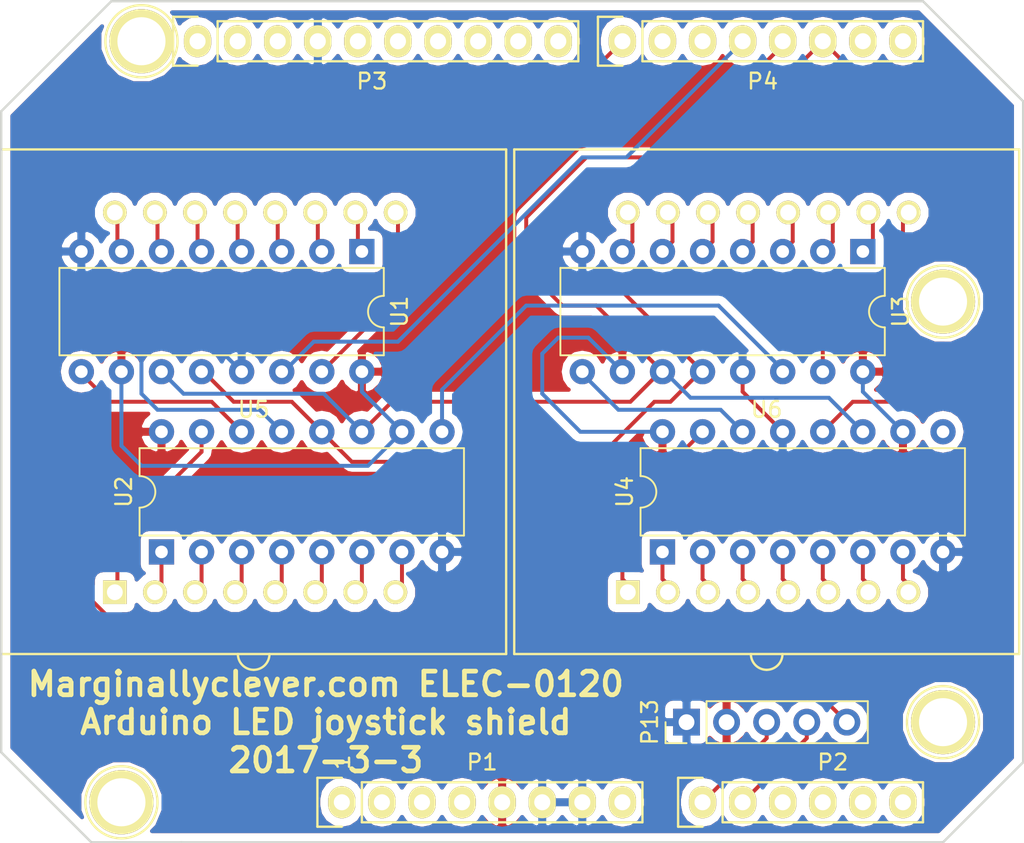
<source format=kicad_pcb>
(kicad_pcb (version 4) (host pcbnew 4.0.2-stable)

  (general
    (links 67)
    (no_connects 0)
    (area 104.572999 71.392 182.193001 127.594)
    (thickness 1.6)
    (drawings 38)
    (tracks 173)
    (zones 0)
    (modules 15)
    (nets 71)
  )

  (page A4)
  (title_block
    (date "lun. 30 mars 2015")
  )

  (layers
    (0 F.Cu signal)
    (31 B.Cu signal)
    (32 B.Adhes user)
    (33 F.Adhes user)
    (34 B.Paste user)
    (35 F.Paste user)
    (36 B.SilkS user)
    (37 F.SilkS user)
    (38 B.Mask user)
    (39 F.Mask user)
    (40 Dwgs.User user hide)
    (41 Cmts.User user)
    (42 Eco1.User user)
    (43 Eco2.User user)
    (44 Edge.Cuts user)
    (45 Margin user)
    (46 B.CrtYd user)
    (47 F.CrtYd user)
    (48 B.Fab user)
    (49 F.Fab user)
  )

  (setup
    (last_trace_width 0.25)
    (trace_clearance 0.2)
    (zone_clearance 0.508)
    (zone_45_only no)
    (trace_min 0.2)
    (segment_width 0.15)
    (edge_width 0.15)
    (via_size 0.6)
    (via_drill 0.4)
    (via_min_size 0.4)
    (via_min_drill 0.3)
    (uvia_size 0.3)
    (uvia_drill 0.1)
    (uvias_allowed no)
    (uvia_min_size 0.2)
    (uvia_min_drill 0.1)
    (pcb_text_width 0.3)
    (pcb_text_size 1.5 1.5)
    (mod_edge_width 0.15)
    (mod_text_size 1 1)
    (mod_text_width 0.15)
    (pad_size 1.524 1.524)
    (pad_drill 0.762)
    (pad_to_mask_clearance 0)
    (aux_axis_origin 110.998 126.365)
    (grid_origin 110.998 126.365)
    (visible_elements 7FFFFFFF)
    (pcbplotparams
      (layerselection 0x00030_80000001)
      (usegerberextensions false)
      (excludeedgelayer true)
      (linewidth 0.100000)
      (plotframeref false)
      (viasonmask false)
      (mode 1)
      (useauxorigin false)
      (hpglpennumber 1)
      (hpglpenspeed 20)
      (hpglpendiameter 15)
      (hpglpenoverlay 2)
      (psnegative false)
      (psa4output false)
      (plotreference true)
      (plotvalue true)
      (plotinvisibletext false)
      (padsonsilk false)
      (subtractmaskfromsilk false)
      (outputformat 1)
      (mirror false)
      (drillshape 1)
      (scaleselection 1)
      (outputdirectory ""))
  )

  (net 0 "")
  (net 1 /IOREF)
  (net 2 /Reset)
  (net 3 +5V)
  (net 4 GND)
  (net 5 /Vin)
  (net 6 /A0)
  (net 7 /A1)
  (net 8 /A2)
  (net 9 /A3)
  (net 10 /AREF)
  (net 11 "/A4(SDA)")
  (net 12 "/A5(SCL)")
  (net 13 "/9(**)")
  (net 14 /8)
  (net 15 /7)
  (net 16 "/6(**)")
  (net 17 "/5(**)")
  (net 18 /4)
  (net 19 "/3(**)")
  (net 20 /2)
  (net 21 "/1(Tx)")
  (net 22 "/0(Rx)")
  (net 23 "Net-(P5-Pad1)")
  (net 24 "Net-(P6-Pad1)")
  (net 25 "Net-(P7-Pad1)")
  (net 26 "Net-(P8-Pad1)")
  (net 27 "/13(SCK)")
  (net 28 "/10(**/SS)")
  (net 29 "Net-(P1-Pad1)")
  (net 30 +3V3)
  (net 31 "/12(MISO)")
  (net 32 "/11(**/MOSI)")
  (net 33 "Net-(U1-Pad9)")
  (net 34 "Net-(U2-Pad9)")
  (net 35 "Net-(U3-Pad9)")
  (net 36 "Net-(U4-Pad9)")
  (net 37 "/A5_2(SCL)")
  (net 38 "/A4_2(SDA)")
  (net 39 "Net-(U1-Pad1)")
  (net 40 "Net-(U1-Pad2)")
  (net 41 "Net-(U1-Pad3)")
  (net 42 "Net-(U1-Pad4)")
  (net 43 "Net-(U1-Pad5)")
  (net 44 "Net-(U1-Pad6)")
  (net 45 "Net-(U1-Pad7)")
  (net 46 "Net-(U1-Pad15)")
  (net 47 "Net-(U2-Pad1)")
  (net 48 "Net-(U2-Pad2)")
  (net 49 "Net-(U2-Pad3)")
  (net 50 "Net-(U2-Pad4)")
  (net 51 "Net-(U2-Pad5)")
  (net 52 "Net-(U2-Pad6)")
  (net 53 "Net-(U2-Pad7)")
  (net 54 "Net-(U2-Pad15)")
  (net 55 "Net-(U3-Pad1)")
  (net 56 "Net-(U3-Pad2)")
  (net 57 "Net-(U3-Pad3)")
  (net 58 "Net-(U3-Pad4)")
  (net 59 "Net-(U3-Pad5)")
  (net 60 "Net-(U3-Pad6)")
  (net 61 "Net-(U3-Pad7)")
  (net 62 "Net-(U3-Pad15)")
  (net 63 "Net-(U4-Pad1)")
  (net 64 "Net-(U4-Pad2)")
  (net 65 "Net-(U4-Pad3)")
  (net 66 "Net-(U4-Pad4)")
  (net 67 "Net-(U4-Pad5)")
  (net 68 "Net-(U4-Pad6)")
  (net 69 "Net-(U4-Pad7)")
  (net 70 "Net-(U4-Pad15)")

  (net_class Default "This is the default net class."
    (clearance 0.2)
    (trace_width 0.25)
    (via_dia 0.6)
    (via_drill 0.4)
    (uvia_dia 0.3)
    (uvia_drill 0.1)
    (add_net +3V3)
    (add_net +5V)
    (add_net "/0(Rx)")
    (add_net "/1(Tx)")
    (add_net "/10(**/SS)")
    (add_net "/11(**/MOSI)")
    (add_net "/12(MISO)")
    (add_net "/13(SCK)")
    (add_net /2)
    (add_net "/3(**)")
    (add_net /4)
    (add_net "/5(**)")
    (add_net "/6(**)")
    (add_net /7)
    (add_net /8)
    (add_net "/9(**)")
    (add_net /A0)
    (add_net /A1)
    (add_net /A2)
    (add_net /A3)
    (add_net "/A4(SDA)")
    (add_net "/A4_2(SDA)")
    (add_net "/A5(SCL)")
    (add_net "/A5_2(SCL)")
    (add_net /AREF)
    (add_net /IOREF)
    (add_net /Reset)
    (add_net /Vin)
    (add_net GND)
    (add_net "Net-(P1-Pad1)")
    (add_net "Net-(P5-Pad1)")
    (add_net "Net-(P6-Pad1)")
    (add_net "Net-(P7-Pad1)")
    (add_net "Net-(P8-Pad1)")
    (add_net "Net-(U1-Pad1)")
    (add_net "Net-(U1-Pad15)")
    (add_net "Net-(U1-Pad2)")
    (add_net "Net-(U1-Pad3)")
    (add_net "Net-(U1-Pad4)")
    (add_net "Net-(U1-Pad5)")
    (add_net "Net-(U1-Pad6)")
    (add_net "Net-(U1-Pad7)")
    (add_net "Net-(U1-Pad9)")
    (add_net "Net-(U2-Pad1)")
    (add_net "Net-(U2-Pad15)")
    (add_net "Net-(U2-Pad2)")
    (add_net "Net-(U2-Pad3)")
    (add_net "Net-(U2-Pad4)")
    (add_net "Net-(U2-Pad5)")
    (add_net "Net-(U2-Pad6)")
    (add_net "Net-(U2-Pad7)")
    (add_net "Net-(U2-Pad9)")
    (add_net "Net-(U3-Pad1)")
    (add_net "Net-(U3-Pad15)")
    (add_net "Net-(U3-Pad2)")
    (add_net "Net-(U3-Pad3)")
    (add_net "Net-(U3-Pad4)")
    (add_net "Net-(U3-Pad5)")
    (add_net "Net-(U3-Pad6)")
    (add_net "Net-(U3-Pad7)")
    (add_net "Net-(U3-Pad9)")
    (add_net "Net-(U4-Pad1)")
    (add_net "Net-(U4-Pad15)")
    (add_net "Net-(U4-Pad2)")
    (add_net "Net-(U4-Pad3)")
    (add_net "Net-(U4-Pad4)")
    (add_net "Net-(U4-Pad5)")
    (add_net "Net-(U4-Pad6)")
    (add_net "Net-(U4-Pad7)")
    (add_net "Net-(U4-Pad9)")
  )

  (module Socket_Arduino_Uno:Socket_Strip_Arduino_1x08 locked (layer F.Cu) (tedit 552168D2) (tstamp 551AF9EA)
    (at 138.938 123.825)
    (descr "Through hole socket strip")
    (tags "socket strip")
    (path /5517C2C1)
    (fp_text reference P1 (at 8.89 -2.54) (layer F.SilkS)
      (effects (font (size 1 1) (thickness 0.15)))
    )
    (fp_text value Power (at 8.89 -4.064) (layer F.Fab)
      (effects (font (size 1 1) (thickness 0.15)))
    )
    (fp_line (start -1.75 -1.75) (end -1.75 1.75) (layer F.CrtYd) (width 0.05))
    (fp_line (start 19.55 -1.75) (end 19.55 1.75) (layer F.CrtYd) (width 0.05))
    (fp_line (start -1.75 -1.75) (end 19.55 -1.75) (layer F.CrtYd) (width 0.05))
    (fp_line (start -1.75 1.75) (end 19.55 1.75) (layer F.CrtYd) (width 0.05))
    (fp_line (start 1.27 1.27) (end 19.05 1.27) (layer F.SilkS) (width 0.15))
    (fp_line (start 19.05 1.27) (end 19.05 -1.27) (layer F.SilkS) (width 0.15))
    (fp_line (start 19.05 -1.27) (end 1.27 -1.27) (layer F.SilkS) (width 0.15))
    (fp_line (start -1.55 1.55) (end 0 1.55) (layer F.SilkS) (width 0.15))
    (fp_line (start 1.27 1.27) (end 1.27 -1.27) (layer F.SilkS) (width 0.15))
    (fp_line (start 0 -1.55) (end -1.55 -1.55) (layer F.SilkS) (width 0.15))
    (fp_line (start -1.55 -1.55) (end -1.55 1.55) (layer F.SilkS) (width 0.15))
    (pad 1 thru_hole oval (at 0 0) (size 1.7272 2.032) (drill 1.016) (layers *.Cu *.Mask F.SilkS)
      (net 29 "Net-(P1-Pad1)"))
    (pad 2 thru_hole oval (at 2.54 0) (size 1.7272 2.032) (drill 1.016) (layers *.Cu *.Mask F.SilkS)
      (net 1 /IOREF))
    (pad 3 thru_hole oval (at 5.08 0) (size 1.7272 2.032) (drill 1.016) (layers *.Cu *.Mask F.SilkS)
      (net 2 /Reset))
    (pad 4 thru_hole oval (at 7.62 0) (size 1.7272 2.032) (drill 1.016) (layers *.Cu *.Mask F.SilkS)
      (net 30 +3V3))
    (pad 5 thru_hole oval (at 10.16 0) (size 1.7272 2.032) (drill 1.016) (layers *.Cu *.Mask F.SilkS)
      (net 3 +5V))
    (pad 6 thru_hole oval (at 12.7 0) (size 1.7272 2.032) (drill 1.016) (layers *.Cu *.Mask F.SilkS)
      (net 4 GND))
    (pad 7 thru_hole oval (at 15.24 0) (size 1.7272 2.032) (drill 1.016) (layers *.Cu *.Mask F.SilkS)
      (net 4 GND))
    (pad 8 thru_hole oval (at 17.78 0) (size 1.7272 2.032) (drill 1.016) (layers *.Cu *.Mask F.SilkS)
      (net 5 /Vin))
    (model ${KIPRJMOD}/Socket_Arduino_Uno.3dshapes/Socket_header_Arduino_1x08.wrl
      (at (xyz 0.35 0 0))
      (scale (xyz 1 1 1))
      (rotate (xyz 0 0 180))
    )
  )

  (module Socket_Arduino_Uno:Socket_Strip_Arduino_1x06 locked (layer F.Cu) (tedit 589F6EFE) (tstamp 551AF9FF)
    (at 161.798 123.825)
    (descr "Through hole socket strip")
    (tags "socket strip")
    (path /5517C323)
    (fp_text reference P2 (at 8.255 -2.54) (layer F.SilkS)
      (effects (font (size 1 1) (thickness 0.15)))
    )
    (fp_text value Analog (at 8.255 -4.445) (layer F.Fab)
      (effects (font (size 1 1) (thickness 0.15)))
    )
    (fp_line (start -1.75 -1.75) (end -1.75 1.75) (layer F.CrtYd) (width 0.05))
    (fp_line (start 14.45 -1.75) (end 14.45 1.75) (layer F.CrtYd) (width 0.05))
    (fp_line (start -1.75 -1.75) (end 14.45 -1.75) (layer F.CrtYd) (width 0.05))
    (fp_line (start -1.75 1.75) (end 14.45 1.75) (layer F.CrtYd) (width 0.05))
    (fp_line (start 1.27 1.27) (end 13.97 1.27) (layer F.SilkS) (width 0.15))
    (fp_line (start 13.97 1.27) (end 13.97 -1.27) (layer F.SilkS) (width 0.15))
    (fp_line (start 13.97 -1.27) (end 1.27 -1.27) (layer F.SilkS) (width 0.15))
    (fp_line (start -1.55 1.55) (end 0 1.55) (layer F.SilkS) (width 0.15))
    (fp_line (start 1.27 1.27) (end 1.27 -1.27) (layer F.SilkS) (width 0.15))
    (fp_line (start 0 -1.55) (end -1.55 -1.55) (layer F.SilkS) (width 0.15))
    (fp_line (start -1.55 -1.55) (end -1.55 1.55) (layer F.SilkS) (width 0.15))
    (pad 1 thru_hole oval (at 0 0) (size 1.7272 2.032) (drill 1.016) (layers *.Cu *.Mask F.SilkS)
      (net 6 /A0))
    (pad 2 thru_hole oval (at 2.54 0) (size 1.7272 2.032) (drill 1.016) (layers *.Cu *.Mask F.SilkS)
      (net 7 /A1))
    (pad 3 thru_hole oval (at 5.08 0) (size 1.7272 2.032) (drill 1.016) (layers *.Cu *.Mask F.SilkS)
      (net 8 /A2))
    (pad 4 thru_hole oval (at 7.62 0) (size 1.7272 2.032) (drill 1.016) (layers *.Cu *.Mask F.SilkS)
      (net 9 /A3))
    (pad 5 thru_hole oval (at 10.16 0) (size 1.7272 2.032) (drill 1.016) (layers *.Cu *.Mask F.SilkS)
      (net 11 "/A4(SDA)"))
    (pad 6 thru_hole oval (at 12.7 0) (size 1.7272 2.032) (drill 1.016) (layers *.Cu *.Mask F.SilkS)
      (net 12 "/A5(SCL)"))
    (model ${KIPRJMOD}/Socket_Arduino_Uno.3dshapes/Socket_header_Arduino_1x06.wrl
      (at (xyz 0.25 0 0))
      (scale (xyz 1 1 1))
      (rotate (xyz 0 0 180))
    )
  )

  (module Socket_Arduino_Uno:Socket_Strip_Arduino_1x10 locked (layer F.Cu) (tedit 589F6F0A) (tstamp 551AFA18)
    (at 129.794 75.565)
    (descr "Through hole socket strip")
    (tags "socket strip")
    (path /5517C46C)
    (fp_text reference P3 (at 11.049 2.54) (layer F.SilkS)
      (effects (font (size 1 1) (thickness 0.15)))
    )
    (fp_text value Digital (at 11.43 4.318) (layer F.Fab)
      (effects (font (size 1 1) (thickness 0.15)))
    )
    (fp_line (start -1.75 -1.75) (end -1.75 1.75) (layer F.CrtYd) (width 0.05))
    (fp_line (start 24.65 -1.75) (end 24.65 1.75) (layer F.CrtYd) (width 0.05))
    (fp_line (start -1.75 -1.75) (end 24.65 -1.75) (layer F.CrtYd) (width 0.05))
    (fp_line (start -1.75 1.75) (end 24.65 1.75) (layer F.CrtYd) (width 0.05))
    (fp_line (start 1.27 1.27) (end 24.13 1.27) (layer F.SilkS) (width 0.15))
    (fp_line (start 24.13 1.27) (end 24.13 -1.27) (layer F.SilkS) (width 0.15))
    (fp_line (start 24.13 -1.27) (end 1.27 -1.27) (layer F.SilkS) (width 0.15))
    (fp_line (start -1.55 1.55) (end 0 1.55) (layer F.SilkS) (width 0.15))
    (fp_line (start 1.27 1.27) (end 1.27 -1.27) (layer F.SilkS) (width 0.15))
    (fp_line (start 0 -1.55) (end -1.55 -1.55) (layer F.SilkS) (width 0.15))
    (fp_line (start -1.55 -1.55) (end -1.55 1.55) (layer F.SilkS) (width 0.15))
    (pad 1 thru_hole oval (at 0 0) (size 1.7272 2.032) (drill 1.016) (layers *.Cu *.Mask F.SilkS)
      (net 37 "/A5_2(SCL)"))
    (pad 2 thru_hole oval (at 2.54 0) (size 1.7272 2.032) (drill 1.016) (layers *.Cu *.Mask F.SilkS)
      (net 38 "/A4_2(SDA)"))
    (pad 3 thru_hole oval (at 5.08 0) (size 1.7272 2.032) (drill 1.016) (layers *.Cu *.Mask F.SilkS)
      (net 10 /AREF))
    (pad 4 thru_hole oval (at 7.62 0) (size 1.7272 2.032) (drill 1.016) (layers *.Cu *.Mask F.SilkS)
      (net 4 GND))
    (pad 5 thru_hole oval (at 10.16 0) (size 1.7272 2.032) (drill 1.016) (layers *.Cu *.Mask F.SilkS)
      (net 27 "/13(SCK)"))
    (pad 6 thru_hole oval (at 12.7 0) (size 1.7272 2.032) (drill 1.016) (layers *.Cu *.Mask F.SilkS)
      (net 31 "/12(MISO)"))
    (pad 7 thru_hole oval (at 15.24 0) (size 1.7272 2.032) (drill 1.016) (layers *.Cu *.Mask F.SilkS)
      (net 32 "/11(**/MOSI)"))
    (pad 8 thru_hole oval (at 17.78 0) (size 1.7272 2.032) (drill 1.016) (layers *.Cu *.Mask F.SilkS)
      (net 28 "/10(**/SS)"))
    (pad 9 thru_hole oval (at 20.32 0) (size 1.7272 2.032) (drill 1.016) (layers *.Cu *.Mask F.SilkS)
      (net 13 "/9(**)"))
    (pad 10 thru_hole oval (at 22.86 0) (size 1.7272 2.032) (drill 1.016) (layers *.Cu *.Mask F.SilkS)
      (net 14 /8))
    (model ${KIPRJMOD}/Socket_Arduino_Uno.3dshapes/Socket_header_Arduino_1x10.wrl
      (at (xyz 0.45 0 0))
      (scale (xyz 1 1 1))
      (rotate (xyz 0 0 180))
    )
  )

  (module Socket_Arduino_Uno:Socket_Strip_Arduino_1x08 locked (layer F.Cu) (tedit 589F6F0D) (tstamp 551AFA2F)
    (at 156.718 75.565)
    (descr "Through hole socket strip")
    (tags "socket strip")
    (path /5517C366)
    (fp_text reference P4 (at 8.89 2.54) (layer F.SilkS)
      (effects (font (size 1 1) (thickness 0.15)))
    )
    (fp_text value Digital (at 8.89 4.318) (layer F.Fab)
      (effects (font (size 1 1) (thickness 0.15)))
    )
    (fp_line (start -1.75 -1.75) (end -1.75 1.75) (layer F.CrtYd) (width 0.05))
    (fp_line (start 19.55 -1.75) (end 19.55 1.75) (layer F.CrtYd) (width 0.05))
    (fp_line (start -1.75 -1.75) (end 19.55 -1.75) (layer F.CrtYd) (width 0.05))
    (fp_line (start -1.75 1.75) (end 19.55 1.75) (layer F.CrtYd) (width 0.05))
    (fp_line (start 1.27 1.27) (end 19.05 1.27) (layer F.SilkS) (width 0.15))
    (fp_line (start 19.05 1.27) (end 19.05 -1.27) (layer F.SilkS) (width 0.15))
    (fp_line (start 19.05 -1.27) (end 1.27 -1.27) (layer F.SilkS) (width 0.15))
    (fp_line (start -1.55 1.55) (end 0 1.55) (layer F.SilkS) (width 0.15))
    (fp_line (start 1.27 1.27) (end 1.27 -1.27) (layer F.SilkS) (width 0.15))
    (fp_line (start 0 -1.55) (end -1.55 -1.55) (layer F.SilkS) (width 0.15))
    (fp_line (start -1.55 -1.55) (end -1.55 1.55) (layer F.SilkS) (width 0.15))
    (pad 1 thru_hole oval (at 0 0) (size 1.7272 2.032) (drill 1.016) (layers *.Cu *.Mask F.SilkS)
      (net 15 /7))
    (pad 2 thru_hole oval (at 2.54 0) (size 1.7272 2.032) (drill 1.016) (layers *.Cu *.Mask F.SilkS)
      (net 16 "/6(**)"))
    (pad 3 thru_hole oval (at 5.08 0) (size 1.7272 2.032) (drill 1.016) (layers *.Cu *.Mask F.SilkS)
      (net 17 "/5(**)"))
    (pad 4 thru_hole oval (at 7.62 0) (size 1.7272 2.032) (drill 1.016) (layers *.Cu *.Mask F.SilkS)
      (net 18 /4))
    (pad 5 thru_hole oval (at 10.16 0) (size 1.7272 2.032) (drill 1.016) (layers *.Cu *.Mask F.SilkS)
      (net 19 "/3(**)"))
    (pad 6 thru_hole oval (at 12.7 0) (size 1.7272 2.032) (drill 1.016) (layers *.Cu *.Mask F.SilkS)
      (net 20 /2))
    (pad 7 thru_hole oval (at 15.24 0) (size 1.7272 2.032) (drill 1.016) (layers *.Cu *.Mask F.SilkS)
      (net 21 "/1(Tx)"))
    (pad 8 thru_hole oval (at 17.78 0) (size 1.7272 2.032) (drill 1.016) (layers *.Cu *.Mask F.SilkS)
      (net 22 "/0(Rx)"))
    (model ${KIPRJMOD}/Socket_Arduino_Uno.3dshapes/Socket_header_Arduino_1x08.wrl
      (at (xyz 0.35 0 0))
      (scale (xyz 1 1 1))
      (rotate (xyz 0 0 180))
    )
  )

  (module Socket_Arduino_Uno:Arduino_1pin locked (layer F.Cu) (tedit 5524FC39) (tstamp 5524FC3F)
    (at 124.968 123.825)
    (descr "module 1 pin (ou trou mecanique de percage)")
    (tags DEV)
    (path /551BBC06)
    (fp_text reference P5 (at 0 -3.048) (layer F.SilkS) hide
      (effects (font (size 1 1) (thickness 0.15)))
    )
    (fp_text value CONN_1 (at 0 2.794) (layer F.Fab) hide
      (effects (font (size 1 1) (thickness 0.15)))
    )
    (fp_circle (center 0 0) (end 0 -2.286) (layer F.SilkS) (width 0.15))
    (pad 1 thru_hole circle (at 0 0) (size 4.064 4.064) (drill 3.048) (layers *.Cu *.Mask F.SilkS)
      (net 23 "Net-(P5-Pad1)"))
  )

  (module Socket_Arduino_Uno:Arduino_1pin locked (layer F.Cu) (tedit 5524FC4A) (tstamp 5524FC44)
    (at 177.038 118.745)
    (descr "module 1 pin (ou trou mecanique de percage)")
    (tags DEV)
    (path /551BBD10)
    (fp_text reference P6 (at 0 -3.048) (layer F.SilkS) hide
      (effects (font (size 1 1) (thickness 0.15)))
    )
    (fp_text value CONN_1 (at 0 2.794) (layer F.Fab) hide
      (effects (font (size 1 1) (thickness 0.15)))
    )
    (fp_circle (center 0 0) (end 0 -2.286) (layer F.SilkS) (width 0.15))
    (pad 1 thru_hole circle (at 0 0) (size 4.064 4.064) (drill 3.048) (layers *.Cu *.Mask F.SilkS)
      (net 24 "Net-(P6-Pad1)"))
  )

  (module Socket_Arduino_Uno:Arduino_1pin locked (layer F.Cu) (tedit 5524FC2F) (tstamp 5524FC49)
    (at 126.238 75.565)
    (descr "module 1 pin (ou trou mecanique de percage)")
    (tags DEV)
    (path /551BBD30)
    (fp_text reference P7 (at 0 -3.048) (layer F.SilkS) hide
      (effects (font (size 1 1) (thickness 0.15)))
    )
    (fp_text value CONN_1 (at 0 2.794) (layer F.Fab) hide
      (effects (font (size 1 1) (thickness 0.15)))
    )
    (fp_circle (center 0 0) (end 0 -2.286) (layer F.SilkS) (width 0.15))
    (pad 1 thru_hole circle (at 0 0) (size 4.064 4.064) (drill 3.048) (layers *.Cu *.Mask F.SilkS)
      (net 25 "Net-(P7-Pad1)"))
  )

  (module Socket_Arduino_Uno:Arduino_1pin locked (layer F.Cu) (tedit 5524FC41) (tstamp 5524FC4E)
    (at 177.038 92.075)
    (descr "module 1 pin (ou trou mecanique de percage)")
    (tags DEV)
    (path /551BBD52)
    (fp_text reference P8 (at 0 -3.048) (layer F.SilkS) hide
      (effects (font (size 1 1) (thickness 0.15)))
    )
    (fp_text value CONN_1 (at 0 2.794) (layer F.Fab) hide
      (effects (font (size 1 1) (thickness 0.15)))
    )
    (fp_circle (center 0 0) (end 0 -2.286) (layer F.SilkS) (width 0.15))
    (pad 1 thru_hole circle (at 0 0) (size 4.064 4.064) (drill 3.048) (layers *.Cu *.Mask F.SilkS)
      (net 26 "Net-(P8-Pad1)"))
  )

  (module Housings_DIP:DIP-16_W7.62mm (layer F.Cu) (tedit 586281B4) (tstamp 589E5C4A)
    (at 140.208 88.9 270)
    (descr "16-lead dip package, row spacing 7.62 mm (300 mils)")
    (tags "DIL DIP PDIP 2.54mm 7.62mm 300mil")
    (path /589E63AB)
    (fp_text reference U1 (at 3.81 -2.39 270) (layer F.SilkS)
      (effects (font (size 1 1) (thickness 0.15)))
    )
    (fp_text value 74HC595 (at 3.81 20.17 270) (layer F.Fab)
      (effects (font (size 1 1) (thickness 0.15)))
    )
    (fp_arc (start 3.81 -1.39) (end 2.81 -1.39) (angle -180) (layer F.SilkS) (width 0.12))
    (fp_line (start 1.635 -1.27) (end 6.985 -1.27) (layer F.Fab) (width 0.1))
    (fp_line (start 6.985 -1.27) (end 6.985 19.05) (layer F.Fab) (width 0.1))
    (fp_line (start 6.985 19.05) (end 0.635 19.05) (layer F.Fab) (width 0.1))
    (fp_line (start 0.635 19.05) (end 0.635 -0.27) (layer F.Fab) (width 0.1))
    (fp_line (start 0.635 -0.27) (end 1.635 -1.27) (layer F.Fab) (width 0.1))
    (fp_line (start 2.81 -1.39) (end 1.04 -1.39) (layer F.SilkS) (width 0.12))
    (fp_line (start 1.04 -1.39) (end 1.04 19.17) (layer F.SilkS) (width 0.12))
    (fp_line (start 1.04 19.17) (end 6.58 19.17) (layer F.SilkS) (width 0.12))
    (fp_line (start 6.58 19.17) (end 6.58 -1.39) (layer F.SilkS) (width 0.12))
    (fp_line (start 6.58 -1.39) (end 4.81 -1.39) (layer F.SilkS) (width 0.12))
    (fp_line (start -1.1 -1.6) (end -1.1 19.3) (layer F.CrtYd) (width 0.05))
    (fp_line (start -1.1 19.3) (end 8.7 19.3) (layer F.CrtYd) (width 0.05))
    (fp_line (start 8.7 19.3) (end 8.7 -1.6) (layer F.CrtYd) (width 0.05))
    (fp_line (start 8.7 -1.6) (end -1.1 -1.6) (layer F.CrtYd) (width 0.05))
    (pad 1 thru_hole rect (at 0 0 270) (size 1.6 1.6) (drill 0.8) (layers *.Cu *.Mask)
      (net 39 "Net-(U1-Pad1)"))
    (pad 9 thru_hole oval (at 7.62 17.78 270) (size 1.6 1.6) (drill 0.8) (layers *.Cu *.Mask)
      (net 33 "Net-(U1-Pad9)"))
    (pad 2 thru_hole oval (at 0 2.54 270) (size 1.6 1.6) (drill 0.8) (layers *.Cu *.Mask)
      (net 40 "Net-(U1-Pad2)"))
    (pad 10 thru_hole oval (at 7.62 15.24 270) (size 1.6 1.6) (drill 0.8) (layers *.Cu *.Mask)
      (net 3 +5V))
    (pad 3 thru_hole oval (at 0 5.08 270) (size 1.6 1.6) (drill 0.8) (layers *.Cu *.Mask)
      (net 41 "Net-(U1-Pad3)"))
    (pad 11 thru_hole oval (at 7.62 12.7 270) (size 1.6 1.6) (drill 0.8) (layers *.Cu *.Mask)
      (net 19 "/3(**)"))
    (pad 4 thru_hole oval (at 0 7.62 270) (size 1.6 1.6) (drill 0.8) (layers *.Cu *.Mask)
      (net 42 "Net-(U1-Pad4)"))
    (pad 12 thru_hole oval (at 7.62 10.16 270) (size 1.6 1.6) (drill 0.8) (layers *.Cu *.Mask)
      (net 20 /2))
    (pad 5 thru_hole oval (at 0 10.16 270) (size 1.6 1.6) (drill 0.8) (layers *.Cu *.Mask)
      (net 43 "Net-(U1-Pad5)"))
    (pad 13 thru_hole oval (at 7.62 7.62 270) (size 1.6 1.6) (drill 0.8) (layers *.Cu *.Mask)
      (net 4 GND))
    (pad 6 thru_hole oval (at 0 12.7 270) (size 1.6 1.6) (drill 0.8) (layers *.Cu *.Mask)
      (net 44 "Net-(U1-Pad6)"))
    (pad 14 thru_hole oval (at 7.62 5.08 270) (size 1.6 1.6) (drill 0.8) (layers *.Cu *.Mask)
      (net 18 /4))
    (pad 7 thru_hole oval (at 0 15.24 270) (size 1.6 1.6) (drill 0.8) (layers *.Cu *.Mask)
      (net 45 "Net-(U1-Pad7)"))
    (pad 15 thru_hole oval (at 7.62 2.54 270) (size 1.6 1.6) (drill 0.8) (layers *.Cu *.Mask)
      (net 46 "Net-(U1-Pad15)"))
    (pad 8 thru_hole oval (at 0 17.78 270) (size 1.6 1.6) (drill 0.8) (layers *.Cu *.Mask)
      (net 4 GND))
    (pad 16 thru_hole oval (at 7.62 0 270) (size 1.6 1.6) (drill 0.8) (layers *.Cu *.Mask)
      (net 3 +5V))
    (model Housings_DIP.3dshapes/DIP-16_W7.62mm.wrl
      (at (xyz 0 0 0))
      (scale (xyz 1 1 1))
      (rotate (xyz 0 0 0))
    )
  )

  (module Housings_DIP:DIP-16_W7.62mm (layer F.Cu) (tedit 586281B4) (tstamp 589E5C5E)
    (at 127.508 107.95 90)
    (descr "16-lead dip package, row spacing 7.62 mm (300 mils)")
    (tags "DIL DIP PDIP 2.54mm 7.62mm 300mil")
    (path /589E64C0)
    (fp_text reference U2 (at 3.81 -2.39 90) (layer F.SilkS)
      (effects (font (size 1 1) (thickness 0.15)))
    )
    (fp_text value 74HC595 (at 3.81 20.17 90) (layer F.Fab)
      (effects (font (size 1 1) (thickness 0.15)))
    )
    (fp_arc (start 3.81 -1.39) (end 2.81 -1.39) (angle -180) (layer F.SilkS) (width 0.12))
    (fp_line (start 1.635 -1.27) (end 6.985 -1.27) (layer F.Fab) (width 0.1))
    (fp_line (start 6.985 -1.27) (end 6.985 19.05) (layer F.Fab) (width 0.1))
    (fp_line (start 6.985 19.05) (end 0.635 19.05) (layer F.Fab) (width 0.1))
    (fp_line (start 0.635 19.05) (end 0.635 -0.27) (layer F.Fab) (width 0.1))
    (fp_line (start 0.635 -0.27) (end 1.635 -1.27) (layer F.Fab) (width 0.1))
    (fp_line (start 2.81 -1.39) (end 1.04 -1.39) (layer F.SilkS) (width 0.12))
    (fp_line (start 1.04 -1.39) (end 1.04 19.17) (layer F.SilkS) (width 0.12))
    (fp_line (start 1.04 19.17) (end 6.58 19.17) (layer F.SilkS) (width 0.12))
    (fp_line (start 6.58 19.17) (end 6.58 -1.39) (layer F.SilkS) (width 0.12))
    (fp_line (start 6.58 -1.39) (end 4.81 -1.39) (layer F.SilkS) (width 0.12))
    (fp_line (start -1.1 -1.6) (end -1.1 19.3) (layer F.CrtYd) (width 0.05))
    (fp_line (start -1.1 19.3) (end 8.7 19.3) (layer F.CrtYd) (width 0.05))
    (fp_line (start 8.7 19.3) (end 8.7 -1.6) (layer F.CrtYd) (width 0.05))
    (fp_line (start 8.7 -1.6) (end -1.1 -1.6) (layer F.CrtYd) (width 0.05))
    (pad 1 thru_hole rect (at 0 0 90) (size 1.6 1.6) (drill 0.8) (layers *.Cu *.Mask)
      (net 47 "Net-(U2-Pad1)"))
    (pad 9 thru_hole oval (at 7.62 17.78 90) (size 1.6 1.6) (drill 0.8) (layers *.Cu *.Mask)
      (net 34 "Net-(U2-Pad9)"))
    (pad 2 thru_hole oval (at 0 2.54 90) (size 1.6 1.6) (drill 0.8) (layers *.Cu *.Mask)
      (net 48 "Net-(U2-Pad2)"))
    (pad 10 thru_hole oval (at 7.62 15.24 90) (size 1.6 1.6) (drill 0.8) (layers *.Cu *.Mask)
      (net 3 +5V))
    (pad 3 thru_hole oval (at 0 5.08 90) (size 1.6 1.6) (drill 0.8) (layers *.Cu *.Mask)
      (net 49 "Net-(U2-Pad3)"))
    (pad 11 thru_hole oval (at 7.62 12.7 90) (size 1.6 1.6) (drill 0.8) (layers *.Cu *.Mask)
      (net 19 "/3(**)"))
    (pad 4 thru_hole oval (at 0 7.62 90) (size 1.6 1.6) (drill 0.8) (layers *.Cu *.Mask)
      (net 50 "Net-(U2-Pad4)"))
    (pad 12 thru_hole oval (at 7.62 10.16 90) (size 1.6 1.6) (drill 0.8) (layers *.Cu *.Mask)
      (net 20 /2))
    (pad 5 thru_hole oval (at 0 10.16 90) (size 1.6 1.6) (drill 0.8) (layers *.Cu *.Mask)
      (net 51 "Net-(U2-Pad5)"))
    (pad 13 thru_hole oval (at 7.62 7.62 90) (size 1.6 1.6) (drill 0.8) (layers *.Cu *.Mask)
      (net 4 GND))
    (pad 6 thru_hole oval (at 0 12.7 90) (size 1.6 1.6) (drill 0.8) (layers *.Cu *.Mask)
      (net 52 "Net-(U2-Pad6)"))
    (pad 14 thru_hole oval (at 7.62 5.08 90) (size 1.6 1.6) (drill 0.8) (layers *.Cu *.Mask)
      (net 33 "Net-(U1-Pad9)"))
    (pad 7 thru_hole oval (at 0 15.24 90) (size 1.6 1.6) (drill 0.8) (layers *.Cu *.Mask)
      (net 53 "Net-(U2-Pad7)"))
    (pad 15 thru_hole oval (at 7.62 2.54 90) (size 1.6 1.6) (drill 0.8) (layers *.Cu *.Mask)
      (net 54 "Net-(U2-Pad15)"))
    (pad 8 thru_hole oval (at 0 17.78 90) (size 1.6 1.6) (drill 0.8) (layers *.Cu *.Mask)
      (net 4 GND))
    (pad 16 thru_hole oval (at 7.62 0 90) (size 1.6 1.6) (drill 0.8) (layers *.Cu *.Mask)
      (net 3 +5V))
    (model Housings_DIP.3dshapes/DIP-16_W7.62mm.wrl
      (at (xyz 0 0 0))
      (scale (xyz 1 1 1))
      (rotate (xyz 0 0 0))
    )
  )

  (module Housings_DIP:DIP-16_W7.62mm (layer F.Cu) (tedit 586281B4) (tstamp 589E5C72)
    (at 171.958 88.9 270)
    (descr "16-lead dip package, row spacing 7.62 mm (300 mils)")
    (tags "DIL DIP PDIP 2.54mm 7.62mm 300mil")
    (path /589E6509)
    (fp_text reference U3 (at 3.81 -2.39 270) (layer F.SilkS)
      (effects (font (size 1 1) (thickness 0.15)))
    )
    (fp_text value 74HC595 (at 3.81 20.17 270) (layer F.Fab)
      (effects (font (size 1 1) (thickness 0.15)))
    )
    (fp_arc (start 3.81 -1.39) (end 2.81 -1.39) (angle -180) (layer F.SilkS) (width 0.12))
    (fp_line (start 1.635 -1.27) (end 6.985 -1.27) (layer F.Fab) (width 0.1))
    (fp_line (start 6.985 -1.27) (end 6.985 19.05) (layer F.Fab) (width 0.1))
    (fp_line (start 6.985 19.05) (end 0.635 19.05) (layer F.Fab) (width 0.1))
    (fp_line (start 0.635 19.05) (end 0.635 -0.27) (layer F.Fab) (width 0.1))
    (fp_line (start 0.635 -0.27) (end 1.635 -1.27) (layer F.Fab) (width 0.1))
    (fp_line (start 2.81 -1.39) (end 1.04 -1.39) (layer F.SilkS) (width 0.12))
    (fp_line (start 1.04 -1.39) (end 1.04 19.17) (layer F.SilkS) (width 0.12))
    (fp_line (start 1.04 19.17) (end 6.58 19.17) (layer F.SilkS) (width 0.12))
    (fp_line (start 6.58 19.17) (end 6.58 -1.39) (layer F.SilkS) (width 0.12))
    (fp_line (start 6.58 -1.39) (end 4.81 -1.39) (layer F.SilkS) (width 0.12))
    (fp_line (start -1.1 -1.6) (end -1.1 19.3) (layer F.CrtYd) (width 0.05))
    (fp_line (start -1.1 19.3) (end 8.7 19.3) (layer F.CrtYd) (width 0.05))
    (fp_line (start 8.7 19.3) (end 8.7 -1.6) (layer F.CrtYd) (width 0.05))
    (fp_line (start 8.7 -1.6) (end -1.1 -1.6) (layer F.CrtYd) (width 0.05))
    (pad 1 thru_hole rect (at 0 0 270) (size 1.6 1.6) (drill 0.8) (layers *.Cu *.Mask)
      (net 55 "Net-(U3-Pad1)"))
    (pad 9 thru_hole oval (at 7.62 17.78 270) (size 1.6 1.6) (drill 0.8) (layers *.Cu *.Mask)
      (net 35 "Net-(U3-Pad9)"))
    (pad 2 thru_hole oval (at 0 2.54 270) (size 1.6 1.6) (drill 0.8) (layers *.Cu *.Mask)
      (net 56 "Net-(U3-Pad2)"))
    (pad 10 thru_hole oval (at 7.62 15.24 270) (size 1.6 1.6) (drill 0.8) (layers *.Cu *.Mask)
      (net 3 +5V))
    (pad 3 thru_hole oval (at 0 5.08 270) (size 1.6 1.6) (drill 0.8) (layers *.Cu *.Mask)
      (net 57 "Net-(U3-Pad3)"))
    (pad 11 thru_hole oval (at 7.62 12.7 270) (size 1.6 1.6) (drill 0.8) (layers *.Cu *.Mask)
      (net 19 "/3(**)"))
    (pad 4 thru_hole oval (at 0 7.62 270) (size 1.6 1.6) (drill 0.8) (layers *.Cu *.Mask)
      (net 58 "Net-(U3-Pad4)"))
    (pad 12 thru_hole oval (at 7.62 10.16 270) (size 1.6 1.6) (drill 0.8) (layers *.Cu *.Mask)
      (net 20 /2))
    (pad 5 thru_hole oval (at 0 10.16 270) (size 1.6 1.6) (drill 0.8) (layers *.Cu *.Mask)
      (net 59 "Net-(U3-Pad5)"))
    (pad 13 thru_hole oval (at 7.62 7.62 270) (size 1.6 1.6) (drill 0.8) (layers *.Cu *.Mask)
      (net 4 GND))
    (pad 6 thru_hole oval (at 0 12.7 270) (size 1.6 1.6) (drill 0.8) (layers *.Cu *.Mask)
      (net 60 "Net-(U3-Pad6)"))
    (pad 14 thru_hole oval (at 7.62 5.08 270) (size 1.6 1.6) (drill 0.8) (layers *.Cu *.Mask)
      (net 34 "Net-(U2-Pad9)"))
    (pad 7 thru_hole oval (at 0 15.24 270) (size 1.6 1.6) (drill 0.8) (layers *.Cu *.Mask)
      (net 61 "Net-(U3-Pad7)"))
    (pad 15 thru_hole oval (at 7.62 2.54 270) (size 1.6 1.6) (drill 0.8) (layers *.Cu *.Mask)
      (net 62 "Net-(U3-Pad15)"))
    (pad 8 thru_hole oval (at 0 17.78 270) (size 1.6 1.6) (drill 0.8) (layers *.Cu *.Mask)
      (net 4 GND))
    (pad 16 thru_hole oval (at 7.62 0 270) (size 1.6 1.6) (drill 0.8) (layers *.Cu *.Mask)
      (net 3 +5V))
    (model Housings_DIP.3dshapes/DIP-16_W7.62mm.wrl
      (at (xyz 0 0 0))
      (scale (xyz 1 1 1))
      (rotate (xyz 0 0 0))
    )
  )

  (module Housings_DIP:DIP-16_W7.62mm (layer F.Cu) (tedit 586281B4) (tstamp 589E5C86)
    (at 159.258 107.95 90)
    (descr "16-lead dip package, row spacing 7.62 mm (300 mils)")
    (tags "DIL DIP PDIP 2.54mm 7.62mm 300mil")
    (path /589E6550)
    (fp_text reference U4 (at 3.81 -2.39 90) (layer F.SilkS)
      (effects (font (size 1 1) (thickness 0.15)))
    )
    (fp_text value 74HC595 (at 3.81 20.17 90) (layer F.Fab)
      (effects (font (size 1 1) (thickness 0.15)))
    )
    (fp_arc (start 3.81 -1.39) (end 2.81 -1.39) (angle -180) (layer F.SilkS) (width 0.12))
    (fp_line (start 1.635 -1.27) (end 6.985 -1.27) (layer F.Fab) (width 0.1))
    (fp_line (start 6.985 -1.27) (end 6.985 19.05) (layer F.Fab) (width 0.1))
    (fp_line (start 6.985 19.05) (end 0.635 19.05) (layer F.Fab) (width 0.1))
    (fp_line (start 0.635 19.05) (end 0.635 -0.27) (layer F.Fab) (width 0.1))
    (fp_line (start 0.635 -0.27) (end 1.635 -1.27) (layer F.Fab) (width 0.1))
    (fp_line (start 2.81 -1.39) (end 1.04 -1.39) (layer F.SilkS) (width 0.12))
    (fp_line (start 1.04 -1.39) (end 1.04 19.17) (layer F.SilkS) (width 0.12))
    (fp_line (start 1.04 19.17) (end 6.58 19.17) (layer F.SilkS) (width 0.12))
    (fp_line (start 6.58 19.17) (end 6.58 -1.39) (layer F.SilkS) (width 0.12))
    (fp_line (start 6.58 -1.39) (end 4.81 -1.39) (layer F.SilkS) (width 0.12))
    (fp_line (start -1.1 -1.6) (end -1.1 19.3) (layer F.CrtYd) (width 0.05))
    (fp_line (start -1.1 19.3) (end 8.7 19.3) (layer F.CrtYd) (width 0.05))
    (fp_line (start 8.7 19.3) (end 8.7 -1.6) (layer F.CrtYd) (width 0.05))
    (fp_line (start 8.7 -1.6) (end -1.1 -1.6) (layer F.CrtYd) (width 0.05))
    (pad 1 thru_hole rect (at 0 0 90) (size 1.6 1.6) (drill 0.8) (layers *.Cu *.Mask)
      (net 63 "Net-(U4-Pad1)"))
    (pad 9 thru_hole oval (at 7.62 17.78 90) (size 1.6 1.6) (drill 0.8) (layers *.Cu *.Mask)
      (net 36 "Net-(U4-Pad9)"))
    (pad 2 thru_hole oval (at 0 2.54 90) (size 1.6 1.6) (drill 0.8) (layers *.Cu *.Mask)
      (net 64 "Net-(U4-Pad2)"))
    (pad 10 thru_hole oval (at 7.62 15.24 90) (size 1.6 1.6) (drill 0.8) (layers *.Cu *.Mask)
      (net 3 +5V))
    (pad 3 thru_hole oval (at 0 5.08 90) (size 1.6 1.6) (drill 0.8) (layers *.Cu *.Mask)
      (net 65 "Net-(U4-Pad3)"))
    (pad 11 thru_hole oval (at 7.62 12.7 90) (size 1.6 1.6) (drill 0.8) (layers *.Cu *.Mask)
      (net 19 "/3(**)"))
    (pad 4 thru_hole oval (at 0 7.62 90) (size 1.6 1.6) (drill 0.8) (layers *.Cu *.Mask)
      (net 66 "Net-(U4-Pad4)"))
    (pad 12 thru_hole oval (at 7.62 10.16 90) (size 1.6 1.6) (drill 0.8) (layers *.Cu *.Mask)
      (net 20 /2))
    (pad 5 thru_hole oval (at 0 10.16 90) (size 1.6 1.6) (drill 0.8) (layers *.Cu *.Mask)
      (net 67 "Net-(U4-Pad5)"))
    (pad 13 thru_hole oval (at 7.62 7.62 90) (size 1.6 1.6) (drill 0.8) (layers *.Cu *.Mask)
      (net 4 GND))
    (pad 6 thru_hole oval (at 0 12.7 90) (size 1.6 1.6) (drill 0.8) (layers *.Cu *.Mask)
      (net 68 "Net-(U4-Pad6)"))
    (pad 14 thru_hole oval (at 7.62 5.08 90) (size 1.6 1.6) (drill 0.8) (layers *.Cu *.Mask)
      (net 35 "Net-(U3-Pad9)"))
    (pad 7 thru_hole oval (at 0 15.24 90) (size 1.6 1.6) (drill 0.8) (layers *.Cu *.Mask)
      (net 69 "Net-(U4-Pad7)"))
    (pad 15 thru_hole oval (at 7.62 2.54 90) (size 1.6 1.6) (drill 0.8) (layers *.Cu *.Mask)
      (net 70 "Net-(U4-Pad15)"))
    (pad 8 thru_hole oval (at 0 17.78 90) (size 1.6 1.6) (drill 0.8) (layers *.Cu *.Mask)
      (net 4 GND))
    (pad 16 thru_hole oval (at 7.62 0 90) (size 1.6 1.6) (drill 0.8) (layers *.Cu *.Mask)
      (net 3 +5V))
    (model Housings_DIP.3dshapes/DIP-16_W7.62mm.wrl
      (at (xyz 0 0 0))
      (scale (xyz 1 1 1))
      (rotate (xyz 0 0 0))
    )
  )

  (module Socket_Strips:Socket_Strip_Straight_1x05_Pitch2.54mm (layer F.Cu) (tedit 588DE956) (tstamp 58B9C27E)
    (at 160.782 118.745 90)
    (descr "Through hole straight socket strip, 1x05, 2.54mm pitch, single row")
    (tags "Through hole socket strip THT 1x05 2.54mm single row")
    (path /589F66ED)
    (fp_text reference P13 (at 0 -2.33 90) (layer F.SilkS)
      (effects (font (size 1 1) (thickness 0.15)))
    )
    (fp_text value CONN_01X05 (at 0 12.49 90) (layer F.Fab)
      (effects (font (size 1 1) (thickness 0.15)))
    )
    (fp_line (start -1.27 -1.27) (end -1.27 11.43) (layer F.Fab) (width 0.1))
    (fp_line (start -1.27 11.43) (end 1.27 11.43) (layer F.Fab) (width 0.1))
    (fp_line (start 1.27 11.43) (end 1.27 -1.27) (layer F.Fab) (width 0.1))
    (fp_line (start 1.27 -1.27) (end -1.27 -1.27) (layer F.Fab) (width 0.1))
    (fp_line (start -1.33 1.27) (end -1.33 11.49) (layer F.SilkS) (width 0.12))
    (fp_line (start -1.33 11.49) (end 1.33 11.49) (layer F.SilkS) (width 0.12))
    (fp_line (start 1.33 11.49) (end 1.33 1.27) (layer F.SilkS) (width 0.12))
    (fp_line (start 1.33 1.27) (end -1.33 1.27) (layer F.SilkS) (width 0.12))
    (fp_line (start -1.33 0) (end -1.33 -1.33) (layer F.SilkS) (width 0.12))
    (fp_line (start -1.33 -1.33) (end 0 -1.33) (layer F.SilkS) (width 0.12))
    (fp_line (start -1.55 -1.55) (end -1.55 11.7) (layer F.CrtYd) (width 0.05))
    (fp_line (start -1.55 11.7) (end 1.55 11.7) (layer F.CrtYd) (width 0.05))
    (fp_line (start 1.55 11.7) (end 1.55 -1.55) (layer F.CrtYd) (width 0.05))
    (fp_line (start 1.55 -1.55) (end -1.55 -1.55) (layer F.CrtYd) (width 0.05))
    (pad 1 thru_hole rect (at 0 0 90) (size 1.7 1.7) (drill 1) (layers *.Cu *.Mask)
      (net 4 GND))
    (pad 2 thru_hole oval (at 0 2.54 90) (size 1.7 1.7) (drill 1) (layers *.Cu *.Mask)
      (net 3 +5V))
    (pad 3 thru_hole oval (at 0 5.08 90) (size 1.7 1.7) (drill 1) (layers *.Cu *.Mask)
      (net 6 /A0))
    (pad 4 thru_hole oval (at 0 7.62 90) (size 1.7 1.7) (drill 1) (layers *.Cu *.Mask)
      (net 7 /A1))
    (pad 5 thru_hole oval (at 0 10.16 90) (size 1.7 1.7) (drill 1) (layers *.Cu *.Mask)
      (net 15 /7))
    (model Socket_Strips.3dshapes/Socket_Strip_Straight_1x05_Pitch2.54mm.wrl
      (at (xyz 0 -0.2 0))
      (scale (xyz 1 1 1))
      (rotate (xyz 0 0 270))
    )
  )

  (module 1088BS:1088BS (layer F.Cu) (tedit 58B491C3) (tstamp 58B9C299)
    (at 133.35 98.425)
    (path /58B9C4CE)
    (fp_text reference U5 (at 0 0.5) (layer F.SilkS)
      (effects (font (size 1 1) (thickness 0.15)))
    )
    (fp_text value 1088BS (at 0 -0.5) (layer F.Fab)
      (effects (font (size 1 1) (thickness 0.15)))
    )
    (fp_arc (start 0 16) (end 0 17) (angle 90) (layer F.SilkS) (width 0.15))
    (fp_arc (start 0 16) (end 1 16) (angle 90) (layer F.SilkS) (width 0.15))
    (fp_line (start 16 -16) (end 16 16) (layer F.SilkS) (width 0.15))
    (fp_line (start 16 16) (end -16 16) (layer F.SilkS) (width 0.15))
    (fp_line (start -16 16) (end -16 -16) (layer F.SilkS) (width 0.15))
    (fp_line (start -16 -16) (end 16 -16) (layer F.SilkS) (width 0.15))
    (pad 1 thru_hole rect (at -8.8 12.08) (size 1.5 1.5) (drill 1) (layers *.Cu *.Mask F.SilkS)
      (net 54 "Net-(U2-Pad15)"))
    (pad 2 thru_hole circle (at -6.26 12.08) (size 1.5 1.5) (drill 1) (layers *.Cu *.Mask F.SilkS)
      (net 47 "Net-(U2-Pad1)"))
    (pad 3 thru_hole circle (at -3.72 12.08) (size 1.5 1.5) (drill 1) (layers *.Cu *.Mask F.SilkS)
      (net 48 "Net-(U2-Pad2)"))
    (pad 4 thru_hole circle (at -1.18 12.08) (size 1.5 1.5) (drill 1) (layers *.Cu *.Mask F.SilkS)
      (net 49 "Net-(U2-Pad3)"))
    (pad 5 thru_hole circle (at 1.36 12.08) (size 1.5 1.5) (drill 1) (layers *.Cu *.Mask F.SilkS)
      (net 50 "Net-(U2-Pad4)"))
    (pad 6 thru_hole circle (at 3.9 12.08) (size 1.5 1.5) (drill 1) (layers *.Cu *.Mask F.SilkS)
      (net 51 "Net-(U2-Pad5)"))
    (pad 7 thru_hole circle (at 6.44 12.08) (size 1.5 1.5) (drill 1) (layers *.Cu *.Mask F.SilkS)
      (net 52 "Net-(U2-Pad6)"))
    (pad 8 thru_hole circle (at 8.98 12.08) (size 1.5 1.5) (drill 1) (layers *.Cu *.Mask F.SilkS)
      (net 53 "Net-(U2-Pad7)"))
    (pad 9 thru_hole circle (at 9 -12) (size 1.5 1.5) (drill 1) (layers *.Cu *.Mask F.SilkS)
      (net 46 "Net-(U1-Pad15)"))
    (pad 10 thru_hole circle (at 6.44 -12) (size 1.5 1.5) (drill 1) (layers *.Cu *.Mask F.SilkS)
      (net 39 "Net-(U1-Pad1)"))
    (pad 11 thru_hole circle (at 3.9 -12) (size 1.5 1.5) (drill 1) (layers *.Cu *.Mask F.SilkS)
      (net 40 "Net-(U1-Pad2)"))
    (pad 12 thru_hole circle (at 1.36 -12) (size 1.5 1.5) (drill 1) (layers *.Cu *.Mask F.SilkS)
      (net 41 "Net-(U1-Pad3)"))
    (pad 13 thru_hole circle (at -1.18 -12) (size 1.5 1.5) (drill 1) (layers *.Cu *.Mask F.SilkS)
      (net 42 "Net-(U1-Pad4)"))
    (pad 14 thru_hole circle (at -3.72 -12) (size 1.5 1.5) (drill 1) (layers *.Cu *.Mask F.SilkS)
      (net 43 "Net-(U1-Pad5)"))
    (pad 15 thru_hole circle (at -6.26 -12) (size 1.5 1.5) (drill 1) (layers *.Cu *.Mask F.SilkS)
      (net 44 "Net-(U1-Pad6)"))
    (pad 16 thru_hole circle (at -8.8 -12) (size 1.5 1.5) (drill 1) (layers *.Cu *.Mask F.SilkS)
      (net 45 "Net-(U1-Pad7)"))
  )

  (module 1088BS:1088BS (layer F.Cu) (tedit 58B491C3) (tstamp 58B9C2AD)
    (at 165.862 98.425)
    (path /58BA1A14)
    (fp_text reference U6 (at 0 0.5) (layer F.SilkS)
      (effects (font (size 1 1) (thickness 0.15)))
    )
    (fp_text value 1088BS (at 0 -0.5) (layer F.Fab)
      (effects (font (size 1 1) (thickness 0.15)))
    )
    (fp_arc (start 0 16) (end 0 17) (angle 90) (layer F.SilkS) (width 0.15))
    (fp_arc (start 0 16) (end 1 16) (angle 90) (layer F.SilkS) (width 0.15))
    (fp_line (start 16 -16) (end 16 16) (layer F.SilkS) (width 0.15))
    (fp_line (start 16 16) (end -16 16) (layer F.SilkS) (width 0.15))
    (fp_line (start -16 16) (end -16 -16) (layer F.SilkS) (width 0.15))
    (fp_line (start -16 -16) (end 16 -16) (layer F.SilkS) (width 0.15))
    (pad 1 thru_hole rect (at -8.8 12.08) (size 1.5 1.5) (drill 1) (layers *.Cu *.Mask F.SilkS)
      (net 70 "Net-(U4-Pad15)"))
    (pad 2 thru_hole circle (at -6.26 12.08) (size 1.5 1.5) (drill 1) (layers *.Cu *.Mask F.SilkS)
      (net 63 "Net-(U4-Pad1)"))
    (pad 3 thru_hole circle (at -3.72 12.08) (size 1.5 1.5) (drill 1) (layers *.Cu *.Mask F.SilkS)
      (net 64 "Net-(U4-Pad2)"))
    (pad 4 thru_hole circle (at -1.18 12.08) (size 1.5 1.5) (drill 1) (layers *.Cu *.Mask F.SilkS)
      (net 65 "Net-(U4-Pad3)"))
    (pad 5 thru_hole circle (at 1.36 12.08) (size 1.5 1.5) (drill 1) (layers *.Cu *.Mask F.SilkS)
      (net 66 "Net-(U4-Pad4)"))
    (pad 6 thru_hole circle (at 3.9 12.08) (size 1.5 1.5) (drill 1) (layers *.Cu *.Mask F.SilkS)
      (net 67 "Net-(U4-Pad5)"))
    (pad 7 thru_hole circle (at 6.44 12.08) (size 1.5 1.5) (drill 1) (layers *.Cu *.Mask F.SilkS)
      (net 68 "Net-(U4-Pad6)"))
    (pad 8 thru_hole circle (at 8.98 12.08) (size 1.5 1.5) (drill 1) (layers *.Cu *.Mask F.SilkS)
      (net 69 "Net-(U4-Pad7)"))
    (pad 9 thru_hole circle (at 9 -12) (size 1.5 1.5) (drill 1) (layers *.Cu *.Mask F.SilkS)
      (net 62 "Net-(U3-Pad15)"))
    (pad 10 thru_hole circle (at 6.44 -12) (size 1.5 1.5) (drill 1) (layers *.Cu *.Mask F.SilkS)
      (net 55 "Net-(U3-Pad1)"))
    (pad 11 thru_hole circle (at 3.9 -12) (size 1.5 1.5) (drill 1) (layers *.Cu *.Mask F.SilkS)
      (net 56 "Net-(U3-Pad2)"))
    (pad 12 thru_hole circle (at 1.36 -12) (size 1.5 1.5) (drill 1) (layers *.Cu *.Mask F.SilkS)
      (net 57 "Net-(U3-Pad3)"))
    (pad 13 thru_hole circle (at -1.18 -12) (size 1.5 1.5) (drill 1) (layers *.Cu *.Mask F.SilkS)
      (net 58 "Net-(U3-Pad4)"))
    (pad 14 thru_hole circle (at -3.72 -12) (size 1.5 1.5) (drill 1) (layers *.Cu *.Mask F.SilkS)
      (net 59 "Net-(U3-Pad5)"))
    (pad 15 thru_hole circle (at -6.26 -12) (size 1.5 1.5) (drill 1) (layers *.Cu *.Mask F.SilkS)
      (net 60 "Net-(U3-Pad6)"))
    (pad 16 thru_hole circle (at -8.8 -12) (size 1.5 1.5) (drill 1) (layers *.Cu *.Mask F.SilkS)
      (net 61 "Net-(U3-Pad7)"))
  )

  (gr_line (start 124.333 73.025) (end 126.238 73.025) (angle 90) (layer Edge.Cuts) (width 0.15))
  (gr_line (start 117.348 80.01) (end 124.333 73.025) (angle 90) (layer Edge.Cuts) (width 0.15))
  (gr_line (start 117.348 120.65) (end 117.348 80.01) (angle 90) (layer Edge.Cuts) (width 0.15))
  (gr_line (start 123.063 126.365) (end 117.348 120.65) (angle 90) (layer Edge.Cuts) (width 0.15))
  (gr_line (start 128.778 126.365) (end 123.063 126.365) (angle 90) (layer Edge.Cuts) (width 0.15))
  (gr_text "Marginallyclever.com ELEC-0120\nArduino LED joystick shield\n2017-3-3" (at 137.922 118.745) (layer F.SilkS)
    (effects (font (size 1.5 1.5) (thickness 0.3)))
  )
  (gr_line (start 110.998 73.025) (end 175.133 73.025) (angle 90) (layer Dwgs.User) (width 0.15))
  (gr_line (start 175.768 73.025) (end 126.238 73.025) (angle 90) (layer Edge.Cuts) (width 0.15))
  (gr_line (start 182.118 79.375) (end 175.768 73.025) (angle 90) (layer Edge.Cuts) (width 0.15))
  (gr_line (start 182.118 121.285) (end 182.118 79.375) (angle 90) (layer Edge.Cuts) (width 0.15))
  (gr_line (start 177.038 126.365) (end 182.118 121.285) (angle 90) (layer Edge.Cuts) (width 0.15))
  (gr_line (start 128.778 126.365) (end 177.038 126.365) (angle 90) (layer Edge.Cuts) (width 0.15))
  (gr_line (start 110.998 126.365) (end 110.998 73.025) (angle 90) (layer Dwgs.User) (width 0.15))
  (gr_line (start 110.998 126.365) (end 177.038 126.365) (angle 90) (layer Dwgs.User) (width 0.15))
  (gr_text 1 (at 138.938 121.285 90) (layer F.SilkS)
    (effects (font (size 1 1) (thickness 0.15)))
  )
  (gr_circle (center 117.348 76.962) (end 118.618 76.962) (layer Dwgs.User) (width 0.15))
  (gr_line (start 114.427 78.994) (end 114.427 74.93) (angle 90) (layer Dwgs.User) (width 0.15))
  (gr_line (start 120.269 78.994) (end 114.427 78.994) (angle 90) (layer Dwgs.User) (width 0.15))
  (gr_line (start 120.269 74.93) (end 120.269 78.994) (angle 90) (layer Dwgs.User) (width 0.15))
  (gr_line (start 114.427 74.93) (end 120.269 74.93) (angle 90) (layer Dwgs.User) (width 0.15))
  (gr_line (start 120.523 93.98) (end 104.648 93.98) (angle 90) (layer Dwgs.User) (width 0.15))
  (gr_line (start 177.038 74.549) (end 175.514 73.025) (angle 90) (layer Dwgs.User) (width 0.15))
  (gr_line (start 177.038 85.979) (end 177.038 74.549) (angle 90) (layer Dwgs.User) (width 0.15))
  (gr_line (start 179.578 89.789) (end 177.038 87.249) (angle 90) (layer Dwgs.User) (width 0.15))
  (gr_line (start 179.578 121.285) (end 179.578 88.519) (angle 90) (layer Dwgs.User) (width 0.15))
  (gr_line (start 177.038 123.825) (end 179.578 121.285) (angle 90) (layer Dwgs.User) (width 0.15))
  (gr_line (start 177.038 126.365) (end 177.038 123.825) (angle 90) (layer Dwgs.User) (width 0.15))
  (gr_line (start 173.355 103.505) (end 173.355 95.885) (angle 90) (layer Dwgs.User) (width 0.15))
  (gr_line (start 178.435 103.505) (end 173.355 103.505) (angle 90) (layer Dwgs.User) (width 0.15))
  (gr_line (start 178.435 95.885) (end 178.435 103.505) (angle 90) (layer Dwgs.User) (width 0.15))
  (gr_line (start 173.355 95.885) (end 178.435 95.885) (angle 90) (layer Dwgs.User) (width 0.15))
  (gr_line (start 109.093 123.19) (end 109.093 114.3) (angle 90) (layer Dwgs.User) (width 0.15))
  (gr_line (start 122.428 123.19) (end 109.093 123.19) (angle 90) (layer Dwgs.User) (width 0.15))
  (gr_line (start 122.428 114.3) (end 122.428 123.19) (angle 90) (layer Dwgs.User) (width 0.15))
  (gr_line (start 109.093 114.3) (end 122.428 114.3) (angle 90) (layer Dwgs.User) (width 0.15))
  (gr_line (start 104.648 93.98) (end 104.648 82.55) (angle 90) (layer Dwgs.User) (width 0.15))
  (gr_line (start 120.523 83.82) (end 120.523 95.25) (angle 90) (layer Dwgs.User) (width 0.15))
  (gr_line (start 104.648 82.55) (end 120.523 82.55) (angle 90) (layer Dwgs.User) (width 0.15))

  (segment (start 142.748 100.33) (end 140.589 102.489) (width 0.25) (layer B.Cu) (net 3))
  (segment (start 124.968 101.219) (end 124.968 96.52) (width 0.25) (layer B.Cu) (net 3) (tstamp 58B9C31D))
  (segment (start 126.238 102.489) (end 124.968 101.219) (width 0.25) (layer B.Cu) (net 3) (tstamp 58B9C319))
  (segment (start 140.589 102.489) (end 126.238 102.489) (width 0.25) (layer B.Cu) (net 3) (tstamp 58B9C315))
  (segment (start 156.718 96.52) (end 154.559 94.361) (width 0.25) (layer B.Cu) (net 3))
  (segment (start 154.051 100.33) (end 159.258 100.33) (width 0.25) (layer B.Cu) (net 3) (tstamp 58B9C30E))
  (segment (start 151.638 97.917) (end 154.051 100.33) (width 0.25) (layer B.Cu) (net 3) (tstamp 58B9C30C))
  (segment (start 151.638 95.377) (end 151.638 97.917) (width 0.25) (layer B.Cu) (net 3) (tstamp 58B9C30A))
  (segment (start 152.654 94.361) (end 151.638 95.377) (width 0.25) (layer B.Cu) (net 3) (tstamp 58B9C308))
  (segment (start 154.559 94.361) (end 152.654 94.361) (width 0.25) (layer B.Cu) (net 3) (tstamp 58B9C306))
  (segment (start 171.958 96.52) (end 171.958 97.79) (width 0.25) (layer B.Cu) (net 3))
  (segment (start 171.958 97.79) (end 174.498 100.33) (width 0.25) (layer B.Cu) (net 3) (tstamp 589F690F))
  (segment (start 140.208 96.52) (end 140.208 97.79) (width 0.25) (layer B.Cu) (net 3))
  (segment (start 140.208 97.79) (end 142.748 100.33) (width 0.25) (layer B.Cu) (net 3) (tstamp 589F4D60))
  (segment (start 163.322 118.745) (end 163.322 119.253) (width 0.25) (layer F.Cu) (net 3))
  (segment (start 135.128 100.33) (end 133.731 98.933) (width 0.25) (layer B.Cu) (net 4))
  (segment (start 130.429 94.361) (end 132.588 96.52) (width 0.25) (layer B.Cu) (net 4) (tstamp 58B9C373))
  (segment (start 127.254 94.361) (end 130.429 94.361) (width 0.25) (layer B.Cu) (net 4) (tstamp 58B9C36E))
  (segment (start 126.238 95.377) (end 127.254 94.361) (width 0.25) (layer B.Cu) (net 4) (tstamp 58B9C36C))
  (segment (start 126.238 97.917) (end 126.238 95.377) (width 0.25) (layer B.Cu) (net 4) (tstamp 58B9C36A))
  (segment (start 127.254 98.933) (end 126.238 97.917) (width 0.25) (layer B.Cu) (net 4) (tstamp 58B9C368))
  (segment (start 133.731 98.933) (end 127.254 98.933) (width 0.25) (layer B.Cu) (net 4) (tstamp 58B9C365))
  (segment (start 164.338 96.52) (end 164.338 97.79) (width 0.25) (layer F.Cu) (net 4))
  (segment (start 164.338 97.79) (end 166.878 100.33) (width 0.25) (layer F.Cu) (net 4) (tstamp 589F692F))
  (segment (start 165.862 119.761) (end 161.798 123.825) (width 0.25) (layer F.Cu) (net 6) (tstamp 58B76E5A))
  (segment (start 165.862 118.745) (end 165.862 119.761) (width 0.25) (layer F.Cu) (net 6))
  (segment (start 168.402 118.745) (end 168.402 119.761) (width 0.25) (layer F.Cu) (net 7))
  (segment (start 168.402 119.761) (end 164.338 123.825) (width 0.25) (layer F.Cu) (net 7) (tstamp 58B76E5E))
  (segment (start 170.942 118.745) (end 165.354 113.157) (width 0.25) (layer F.Cu) (net 15))
  (segment (start 148.59 83.693) (end 156.718 75.565) (width 0.25) (layer F.Cu) (net 15) (tstamp 58B76E6E))
  (segment (start 124.714 83.693) (end 148.59 83.693) (width 0.25) (layer F.Cu) (net 15) (tstamp 58B76E6C))
  (segment (start 119.634 88.773) (end 124.714 83.693) (width 0.25) (layer F.Cu) (net 15) (tstamp 58B76E6A))
  (segment (start 119.634 107.569) (end 119.634 88.773) (width 0.25) (layer F.Cu) (net 15) (tstamp 58B76E68))
  (segment (start 125.222 113.157) (end 119.634 107.569) (width 0.25) (layer F.Cu) (net 15) (tstamp 58B76E66))
  (segment (start 165.354 113.157) (end 125.222 113.157) (width 0.25) (layer F.Cu) (net 15) (tstamp 58B76E64))
  (segment (start 135.128 96.52) (end 135.255 96.52) (width 0.25) (layer B.Cu) (net 18))
  (segment (start 135.255 96.52) (end 137.16 94.615) (width 0.25) (layer B.Cu) (net 18) (tstamp 589E6BE8))
  (segment (start 137.16 94.615) (end 142.494 94.615) (width 0.25) (layer B.Cu) (net 18) (tstamp 589E6BE9))
  (segment (start 142.494 94.615) (end 154.178 82.931) (width 0.25) (layer B.Cu) (net 18) (tstamp 589E6BEB))
  (segment (start 154.178 82.931) (end 156.972 82.931) (width 0.25) (layer B.Cu) (net 18) (tstamp 589E6BED))
  (segment (start 156.972 82.931) (end 164.338 75.565) (width 0.25) (layer B.Cu) (net 18) (tstamp 589E6BEF))
  (segment (start 127.508 96.52) (end 128.905 97.917) (width 0.25) (layer B.Cu) (net 19))
  (segment (start 137.795 97.917) (end 140.208 100.33) (width 0.25) (layer B.Cu) (net 19) (tstamp 58B9C35F))
  (segment (start 128.905 97.917) (end 137.795 97.917) (width 0.25) (layer B.Cu) (net 19) (tstamp 58B9C359))
  (segment (start 140.208 100.33) (end 140.208 100.203) (width 0.25) (layer B.Cu) (net 19))
  (segment (start 140.208 100.33) (end 140.208 100.457) (width 0.25) (layer B.Cu) (net 19))
  (segment (start 127.508 96.52) (end 127.508 96.647) (width 0.25) (layer B.Cu) (net 19))
  (segment (start 159.258 96.52) (end 159.131 96.52) (width 0.25) (layer F.Cu) (net 19))
  (segment (start 159.131 96.52) (end 157.226 98.425) (width 0.25) (layer F.Cu) (net 19) (tstamp 589F4D1D))
  (segment (start 157.226 98.425) (end 142.113 98.425) (width 0.25) (layer F.Cu) (net 19) (tstamp 589F4D21))
  (segment (start 142.113 98.425) (end 140.208 100.33) (width 0.25) (layer F.Cu) (net 19) (tstamp 589F4D28))
  (segment (start 159.258 96.52) (end 159.385 96.52) (width 0.25) (layer B.Cu) (net 19))
  (segment (start 159.385 96.52) (end 161.036 98.171) (width 0.25) (layer B.Cu) (net 19) (tstamp 589F4CE3))
  (segment (start 169.799 98.171) (end 171.958 100.33) (width 0.25) (layer B.Cu) (net 19) (tstamp 589F4CE8))
  (segment (start 161.036 98.171) (end 169.799 98.171) (width 0.25) (layer B.Cu) (net 19) (tstamp 589F4CE6))
  (segment (start 166.878 75.565) (end 166.878 75.819) (width 0.25) (layer F.Cu) (net 19))
  (segment (start 166.878 75.819) (end 159.766 82.931) (width 0.25) (layer F.Cu) (net 19) (tstamp 589F4C4A))
  (segment (start 159.766 82.931) (end 154.432 82.931) (width 0.25) (layer F.Cu) (net 19) (tstamp 589F4C4C))
  (segment (start 154.432 82.931) (end 150.622 86.741) (width 0.25) (layer F.Cu) (net 19) (tstamp 589F4C4E))
  (segment (start 150.622 86.741) (end 150.622 90.043) (width 0.25) (layer F.Cu) (net 19) (tstamp 589F4C51))
  (segment (start 150.622 90.043) (end 152.908 92.329) (width 0.25) (layer F.Cu) (net 19) (tstamp 589F4C53))
  (segment (start 152.908 92.329) (end 155.067 92.329) (width 0.25) (layer F.Cu) (net 19) (tstamp 589F4C55))
  (segment (start 155.067 92.329) (end 159.258 96.52) (width 0.25) (layer F.Cu) (net 19) (tstamp 589F4C57))
  (segment (start 159.258 96.52) (end 159.258 96.393) (width 0.25) (layer B.Cu) (net 19))
  (segment (start 159.258 96.52) (end 158.877 96.52) (width 0.25) (layer B.Cu) (net 19))
  (segment (start 159.258 96.52) (end 159.258 96.901) (width 0.25) (layer B.Cu) (net 19))
  (segment (start 169.418 100.33) (end 171.323 98.425) (width 0.25) (layer F.Cu) (net 20))
  (segment (start 180.213 86.36) (end 169.418 75.565) (width 0.25) (layer F.Cu) (net 20) (tstamp 589F6900))
  (segment (start 180.213 93.98) (end 180.213 86.36) (width 0.25) (layer F.Cu) (net 20) (tstamp 589F68FE))
  (segment (start 175.768 98.425) (end 180.213 93.98) (width 0.25) (layer F.Cu) (net 20) (tstamp 589F68F9))
  (segment (start 171.323 98.425) (end 175.768 98.425) (width 0.25) (layer F.Cu) (net 20) (tstamp 589F68F1))
  (segment (start 161.798 96.52) (end 161.671 96.52) (width 0.25) (layer F.Cu) (net 20))
  (segment (start 161.671 96.52) (end 159.766 98.425) (width 0.25) (layer F.Cu) (net 20) (tstamp 589F4D2F))
  (segment (start 139.573 102.235) (end 137.668 100.33) (width 0.25) (layer F.Cu) (net 20) (tstamp 589F4D3E))
  (segment (start 159.766 98.425) (end 158.75 98.425) (width 0.25) (layer F.Cu) (net 20) (tstamp 589F4D33))
  (segment (start 169.418 75.565) (end 160.782 84.201) (width 0.25) (layer F.Cu) (net 20))
  (segment (start 156.337 91.059) (end 161.798 96.52) (width 0.25) (layer F.Cu) (net 20) (tstamp 589F4C45))
  (segment (start 153.416 91.059) (end 156.337 91.059) (width 0.25) (layer F.Cu) (net 20) (tstamp 589F4C43))
  (segment (start 151.892 89.535) (end 153.416 91.059) (width 0.25) (layer F.Cu) (net 20) (tstamp 589F4C3F))
  (segment (start 151.892 87.249) (end 151.892 89.535) (width 0.25) (layer F.Cu) (net 20) (tstamp 589F4C3B))
  (segment (start 154.94 84.201) (end 151.892 87.249) (width 0.25) (layer F.Cu) (net 20) (tstamp 589F4C37))
  (segment (start 160.782 84.201) (end 154.94 84.201) (width 0.25) (layer F.Cu) (net 20) (tstamp 589F4C2F))
  (segment (start 137.668 100.33) (end 137.668 99.949) (width 0.25) (layer F.Cu) (net 20))
  (segment (start 161.798 96.52) (end 161.925 96.52) (width 0.25) (layer F.Cu) (net 20))
  (segment (start 130.048 96.52) (end 130.175 96.52) (width 0.25) (layer F.Cu) (net 20))
  (segment (start 130.175 96.52) (end 132.08 98.425) (width 0.25) (layer F.Cu) (net 20) (tstamp 589E6BB2))
  (segment (start 132.08 98.425) (end 135.763 98.425) (width 0.25) (layer F.Cu) (net 20) (tstamp 589E6BB3))
  (segment (start 135.763 98.425) (end 137.668 100.33) (width 0.25) (layer F.Cu) (net 20) (tstamp 589E6BB5))
  (segment (start 154.94 102.235) (end 139.573 102.235) (width 0.25) (layer F.Cu) (net 20) (tstamp 589F4D3C))
  (segment (start 158.75 98.425) (end 154.94 102.235) (width 0.25) (layer F.Cu) (net 20) (tstamp 589F4D38))
  (segment (start 122.428 96.52) (end 122.428 96.647) (width 0.25) (layer F.Cu) (net 33))
  (segment (start 122.428 96.647) (end 124.206 98.425) (width 0.25) (layer F.Cu) (net 33) (tstamp 589E6BA7))
  (segment (start 124.206 98.425) (end 130.683 98.425) (width 0.25) (layer F.Cu) (net 33) (tstamp 589E6BA8))
  (segment (start 130.683 98.425) (end 132.588 100.33) (width 0.25) (layer F.Cu) (net 33) (tstamp 589E6BAA))
  (segment (start 166.878 96.52) (end 166.878 96.393) (width 0.25) (layer B.Cu) (net 34))
  (segment (start 166.878 96.393) (end 162.814 92.329) (width 0.25) (layer B.Cu) (net 34) (tstamp 58B9C2FD))
  (segment (start 145.288 97.663) (end 145.288 100.33) (width 0.25) (layer B.Cu) (net 34) (tstamp 58B9C302))
  (segment (start 150.622 92.329) (end 145.288 97.663) (width 0.25) (layer B.Cu) (net 34) (tstamp 58B9C300))
  (segment (start 162.814 92.329) (end 150.622 92.329) (width 0.25) (layer B.Cu) (net 34) (tstamp 58B9C2FE))
  (segment (start 145.288 100.33) (end 145.288 100.203) (width 0.25) (layer B.Cu) (net 34))
  (segment (start 166.878 96.52) (end 166.878 96.647) (width 0.25) (layer B.Cu) (net 34))
  (segment (start 154.178 96.52) (end 154.178 96.647) (width 0.25) (layer B.Cu) (net 35))
  (segment (start 154.178 96.647) (end 156.464 98.933) (width 0.25) (layer B.Cu) (net 35) (tstamp 589F4CEC))
  (segment (start 162.941 98.933) (end 164.338 100.33) (width 0.25) (layer B.Cu) (net 35) (tstamp 589F4CF0))
  (segment (start 156.464 98.933) (end 162.941 98.933) (width 0.25) (layer B.Cu) (net 35) (tstamp 589F4CEE))
  (segment (start 139.954 86.679) (end 139.954 88.646) (width 0.25) (layer F.Cu) (net 39))
  (segment (start 139.954 88.646) (end 140.208 88.9) (width 0.25) (layer F.Cu) (net 39) (tstamp 589E6B8C))
  (segment (start 137.414 86.679) (end 137.414 88.646) (width 0.25) (layer F.Cu) (net 40))
  (segment (start 137.414 88.646) (end 137.668 88.9) (width 0.25) (layer F.Cu) (net 40) (tstamp 589E6B89))
  (segment (start 134.874 86.679) (end 134.874 88.646) (width 0.25) (layer F.Cu) (net 41))
  (segment (start 134.874 88.646) (end 135.128 88.9) (width 0.25) (layer F.Cu) (net 41) (tstamp 589E6B86))
  (segment (start 132.334 86.679) (end 132.334 88.646) (width 0.25) (layer F.Cu) (net 42))
  (segment (start 132.334 88.646) (end 132.588 88.9) (width 0.25) (layer F.Cu) (net 42) (tstamp 589E6B83))
  (segment (start 129.794 86.679) (end 129.794 88.646) (width 0.25) (layer F.Cu) (net 43))
  (segment (start 129.794 88.646) (end 130.048 88.9) (width 0.25) (layer F.Cu) (net 43) (tstamp 589E6B80))
  (segment (start 127.254 86.679) (end 127.254 88.646) (width 0.25) (layer F.Cu) (net 44))
  (segment (start 127.254 88.646) (end 127.508 88.9) (width 0.25) (layer F.Cu) (net 44) (tstamp 589E6B7D))
  (segment (start 124.714 86.679) (end 124.714 88.646) (width 0.25) (layer F.Cu) (net 45))
  (segment (start 124.714 88.646) (end 124.968 88.9) (width 0.25) (layer F.Cu) (net 45) (tstamp 589E6B7A))
  (segment (start 142.494 86.679) (end 142.494 91.694) (width 0.25) (layer F.Cu) (net 46))
  (segment (start 142.494 91.694) (end 137.668 96.52) (width 0.25) (layer F.Cu) (net 46) (tstamp 589E6B9F))
  (segment (start 127.508 110.305) (end 127.254 110.559) (width 0.25) (layer F.Cu) (net 47) (tstamp 589E6B5D))
  (segment (start 127.508 107.95) (end 127.508 110.305) (width 0.25) (layer F.Cu) (net 47))
  (segment (start 130.048 110.305) (end 129.794 110.559) (width 0.25) (layer F.Cu) (net 48) (tstamp 589E6B5A))
  (segment (start 130.048 107.95) (end 130.048 110.305) (width 0.25) (layer F.Cu) (net 48))
  (segment (start 132.588 110.305) (end 132.334 110.559) (width 0.25) (layer F.Cu) (net 49) (tstamp 589E6B57))
  (segment (start 132.588 107.95) (end 132.588 110.305) (width 0.25) (layer F.Cu) (net 49))
  (segment (start 135.128 110.305) (end 134.874 110.559) (width 0.25) (layer F.Cu) (net 50) (tstamp 589E6B54))
  (segment (start 135.128 107.95) (end 135.128 110.305) (width 0.25) (layer F.Cu) (net 50))
  (segment (start 137.668 110.305) (end 137.414 110.559) (width 0.25) (layer F.Cu) (net 51) (tstamp 589E6B51))
  (segment (start 137.668 107.95) (end 137.668 110.305) (width 0.25) (layer F.Cu) (net 51))
  (segment (start 140.208 110.305) (end 139.954 110.559) (width 0.25) (layer F.Cu) (net 52) (tstamp 589E6B4E))
  (segment (start 140.208 107.95) (end 140.208 110.305) (width 0.25) (layer F.Cu) (net 52))
  (segment (start 142.748 110.305) (end 142.494 110.559) (width 0.25) (layer F.Cu) (net 53) (tstamp 589E6B4B))
  (segment (start 142.748 107.95) (end 142.748 110.305) (width 0.25) (layer F.Cu) (net 53))
  (segment (start 124.714 106.934) (end 124.714 110.559) (width 0.25) (layer F.Cu) (net 54) (tstamp 589E6B62))
  (segment (start 130.048 101.6) (end 124.714 106.934) (width 0.25) (layer F.Cu) (net 54) (tstamp 589E6B60))
  (segment (start 130.048 100.33) (end 130.048 101.6) (width 0.25) (layer F.Cu) (net 54))
  (segment (start 172.593 86.425) (end 172.593 88.265) (width 0.25) (layer F.Cu) (net 55))
  (segment (start 172.593 88.265) (end 171.958 88.9) (width 0.25) (layer F.Cu) (net 55) (tstamp 589F6536))
  (segment (start 170.053 86.425) (end 170.053 88.265) (width 0.25) (layer F.Cu) (net 56))
  (segment (start 170.053 88.265) (end 169.418 88.9) (width 0.25) (layer F.Cu) (net 56) (tstamp 589F6539))
  (segment (start 167.513 86.425) (end 167.513 88.265) (width 0.25) (layer F.Cu) (net 57))
  (segment (start 167.513 88.265) (end 166.878 88.9) (width 0.25) (layer F.Cu) (net 57) (tstamp 589F653C))
  (segment (start 164.973 86.425) (end 164.973 88.265) (width 0.25) (layer F.Cu) (net 58))
  (segment (start 164.973 88.265) (end 164.338 88.9) (width 0.25) (layer F.Cu) (net 58) (tstamp 589F653F))
  (segment (start 162.433 86.425) (end 162.433 88.265) (width 0.25) (layer F.Cu) (net 59))
  (segment (start 162.433 88.265) (end 161.798 88.9) (width 0.25) (layer F.Cu) (net 59) (tstamp 589F6542))
  (segment (start 159.893 86.425) (end 159.893 88.265) (width 0.25) (layer F.Cu) (net 60))
  (segment (start 159.893 88.265) (end 159.258 88.9) (width 0.25) (layer F.Cu) (net 60) (tstamp 589F6545))
  (segment (start 157.353 86.425) (end 157.353 88.265) (width 0.25) (layer F.Cu) (net 61))
  (segment (start 157.353 88.265) (end 156.718 88.9) (width 0.25) (layer F.Cu) (net 61) (tstamp 589F6548))
  (segment (start 174.498 86.679) (end 174.498 89.027) (width 0.25) (layer F.Cu) (net 62))
  (segment (start 174.498 89.027) (end 169.418 94.107) (width 0.25) (layer F.Cu) (net 62) (tstamp 589E6C57))
  (segment (start 169.418 94.107) (end 169.418 96.52) (width 0.25) (layer F.Cu) (net 62) (tstamp 589E6C59))
  (segment (start 159.258 109.67) (end 159.893 110.305) (width 0.25) (layer F.Cu) (net 63) (tstamp 589F6525))
  (segment (start 159.258 107.95) (end 159.258 109.67) (width 0.25) (layer F.Cu) (net 63))
  (segment (start 161.798 109.67) (end 162.433 110.305) (width 0.25) (layer F.Cu) (net 64) (tstamp 589F6522))
  (segment (start 161.798 107.95) (end 161.798 109.67) (width 0.25) (layer F.Cu) (net 64))
  (segment (start 164.338 109.67) (end 164.973 110.305) (width 0.25) (layer F.Cu) (net 65) (tstamp 589F651F))
  (segment (start 164.338 107.95) (end 164.338 109.67) (width 0.25) (layer F.Cu) (net 65))
  (segment (start 166.878 109.67) (end 167.513 110.305) (width 0.25) (layer F.Cu) (net 66) (tstamp 589F651C))
  (segment (start 166.878 107.95) (end 166.878 109.67) (width 0.25) (layer F.Cu) (net 66))
  (segment (start 169.418 109.67) (end 170.053 110.305) (width 0.25) (layer F.Cu) (net 67) (tstamp 589F6519))
  (segment (start 169.418 107.95) (end 169.418 109.67) (width 0.25) (layer F.Cu) (net 67))
  (segment (start 171.958 109.67) (end 172.593 110.305) (width 0.25) (layer F.Cu) (net 68) (tstamp 589F6516))
  (segment (start 171.958 107.95) (end 171.958 109.67) (width 0.25) (layer F.Cu) (net 68))
  (segment (start 174.498 109.67) (end 175.133 110.305) (width 0.25) (layer F.Cu) (net 69) (tstamp 589F6513))
  (segment (start 174.498 107.95) (end 174.498 109.67) (width 0.25) (layer F.Cu) (net 69))
  (segment (start 156.718 109.67) (end 157.353 110.305) (width 0.25) (layer F.Cu) (net 70) (tstamp 589F6503))
  (segment (start 156.718 105.41) (end 156.718 109.67) (width 0.25) (layer F.Cu) (net 70) (tstamp 589F64FF))
  (segment (start 158.623 103.505) (end 156.718 105.41) (width 0.25) (layer F.Cu) (net 70) (tstamp 589F64FC))
  (segment (start 161.798 100.33) (end 158.623 103.505) (width 0.25) (layer F.Cu) (net 70))

  (zone (net 3) (net_name +5V) (layer F.Cu) (tstamp 589F7879) (hatch edge 0.508)
    (connect_pads (clearance 0.508))
    (min_thickness 0.254)
    (fill yes (arc_segments 16) (thermal_gap 0.508) (thermal_bridge_width 0.508))
    (polygon
      (pts
        (xy 117.348 80.01) (xy 124.333 73.025) (xy 175.768 73.025) (xy 182.118 79.375) (xy 182.118 121.285)
        (xy 177.038 126.365) (xy 123.063 126.365) (xy 117.348 120.65)
      )
    )
    (filled_polygon
      (pts
        (xy 181.408 79.669092) (xy 181.408 120.990908) (xy 176.743908 125.655) (xy 126.909807 125.655) (xy 127.227655 125.337707)
        (xy 127.634536 124.357827) (xy 127.635162 123.640255) (xy 137.4394 123.640255) (xy 137.4394 124.009745) (xy 137.553474 124.583234)
        (xy 137.87833 125.069415) (xy 138.364511 125.394271) (xy 138.938 125.508345) (xy 139.511489 125.394271) (xy 139.99767 125.069415)
        (xy 140.208 124.754634) (xy 140.41833 125.069415) (xy 140.904511 125.394271) (xy 141.478 125.508345) (xy 142.051489 125.394271)
        (xy 142.53767 125.069415) (xy 142.748 124.754634) (xy 142.95833 125.069415) (xy 143.444511 125.394271) (xy 144.018 125.508345)
        (xy 144.591489 125.394271) (xy 145.07767 125.069415) (xy 145.288 124.754634) (xy 145.49833 125.069415) (xy 145.984511 125.394271)
        (xy 146.558 125.508345) (xy 147.131489 125.394271) (xy 147.61767 125.069415) (xy 147.824461 124.759931) (xy 148.195964 125.175732)
        (xy 148.723209 125.429709) (xy 148.738974 125.432358) (xy 148.971 125.311217) (xy 148.971 123.952) (xy 148.951 123.952)
        (xy 148.951 123.698) (xy 148.971 123.698) (xy 148.971 122.338783) (xy 149.225 122.338783) (xy 149.225 123.698)
        (xy 149.245 123.698) (xy 149.245 123.952) (xy 149.225 123.952) (xy 149.225 125.311217) (xy 149.457026 125.432358)
        (xy 149.472791 125.429709) (xy 150.000036 125.175732) (xy 150.371539 124.759931) (xy 150.57833 125.069415) (xy 151.064511 125.394271)
        (xy 151.638 125.508345) (xy 152.211489 125.394271) (xy 152.69767 125.069415) (xy 152.908 124.754634) (xy 153.11833 125.069415)
        (xy 153.604511 125.394271) (xy 154.178 125.508345) (xy 154.751489 125.394271) (xy 155.23767 125.069415) (xy 155.448 124.754634)
        (xy 155.65833 125.069415) (xy 156.144511 125.394271) (xy 156.718 125.508345) (xy 157.291489 125.394271) (xy 157.77767 125.069415)
        (xy 158.102526 124.583234) (xy 158.2166 124.009745) (xy 158.2166 123.640255) (xy 158.102526 123.066766) (xy 157.77767 122.580585)
        (xy 157.291489 122.255729) (xy 156.718 122.141655) (xy 156.144511 122.255729) (xy 155.65833 122.580585) (xy 155.448 122.895366)
        (xy 155.23767 122.580585) (xy 154.751489 122.255729) (xy 154.178 122.141655) (xy 153.604511 122.255729) (xy 153.11833 122.580585)
        (xy 152.908 122.895366) (xy 152.69767 122.580585) (xy 152.211489 122.255729) (xy 151.638 122.141655) (xy 151.064511 122.255729)
        (xy 150.57833 122.580585) (xy 150.371539 122.890069) (xy 150.000036 122.474268) (xy 149.472791 122.220291) (xy 149.457026 122.217642)
        (xy 149.225 122.338783) (xy 148.971 122.338783) (xy 148.738974 122.217642) (xy 148.723209 122.220291) (xy 148.195964 122.474268)
        (xy 147.824461 122.890069) (xy 147.61767 122.580585) (xy 147.131489 122.255729) (xy 146.558 122.141655) (xy 145.984511 122.255729)
        (xy 145.49833 122.580585) (xy 145.288 122.895366) (xy 145.07767 122.580585) (xy 144.591489 122.255729) (xy 144.018 122.141655)
        (xy 143.444511 122.255729) (xy 142.95833 122.580585) (xy 142.748 122.895366) (xy 142.53767 122.580585) (xy 142.051489 122.255729)
        (xy 141.478 122.141655) (xy 140.904511 122.255729) (xy 140.41833 122.580585) (xy 140.208 122.895366) (xy 139.99767 122.580585)
        (xy 139.511489 122.255729) (xy 138.938 122.141655) (xy 138.364511 122.255729) (xy 137.87833 122.580585) (xy 137.553474 123.066766)
        (xy 137.4394 123.640255) (xy 127.635162 123.640255) (xy 127.635462 123.296828) (xy 127.230291 122.316239) (xy 126.480707 121.565345)
        (xy 125.500827 121.158464) (xy 124.439828 121.157538) (xy 123.459239 121.562709) (xy 122.708345 122.312293) (xy 122.301464 123.292173)
        (xy 122.300538 124.353172) (xy 122.473244 124.771153) (xy 118.058 120.355908) (xy 118.058 117.895) (xy 159.28456 117.895)
        (xy 159.28456 119.595) (xy 159.328838 119.830317) (xy 159.46791 120.046441) (xy 159.68011 120.191431) (xy 159.932 120.24244)
        (xy 161.632 120.24244) (xy 161.867317 120.198162) (xy 162.083441 120.05909) (xy 162.228431 119.84689) (xy 162.250301 119.738893)
        (xy 162.555076 120.016645) (xy 162.96511 120.186476) (xy 163.195 120.065155) (xy 163.195 118.872) (xy 163.175 118.872)
        (xy 163.175 118.618) (xy 163.195 118.618) (xy 163.195 117.424845) (xy 162.96511 117.303524) (xy 162.555076 117.473355)
        (xy 162.252063 117.749501) (xy 162.235162 117.659683) (xy 162.09609 117.443559) (xy 161.88389 117.298569) (xy 161.632 117.24756)
        (xy 159.932 117.24756) (xy 159.696683 117.291838) (xy 159.480559 117.43091) (xy 159.335569 117.64311) (xy 159.28456 117.895)
        (xy 118.058 117.895) (xy 118.058 88.773) (xy 118.874 88.773) (xy 118.874 107.569) (xy 118.931852 107.859839)
        (xy 119.096599 108.106401) (xy 124.684599 113.694401) (xy 124.93116 113.859148) (xy 125.222 113.917) (xy 165.039198 113.917)
        (xy 168.361217 117.239019) (xy 167.833715 117.343946) (xy 167.351946 117.665853) (xy 167.132 117.995026) (xy 166.912054 117.665853)
        (xy 166.430285 117.343946) (xy 165.862 117.230907) (xy 165.293715 117.343946) (xy 164.811946 117.665853) (xy 164.584298 118.006553)
        (xy 164.517183 117.863642) (xy 164.088924 117.473355) (xy 163.67889 117.303524) (xy 163.449 117.424845) (xy 163.449 118.618)
        (xy 163.469 118.618) (xy 163.469 118.872) (xy 163.449 118.872) (xy 163.449 120.065155) (xy 163.67889 120.186476)
        (xy 164.088924 120.016645) (xy 164.517183 119.626358) (xy 164.584298 119.483447) (xy 164.77674 119.771458) (xy 162.305579 122.242619)
        (xy 161.798 122.141655) (xy 161.224511 122.255729) (xy 160.73833 122.580585) (xy 160.413474 123.066766) (xy 160.2994 123.640255)
        (xy 160.2994 124.009745) (xy 160.413474 124.583234) (xy 160.73833 125.069415) (xy 161.224511 125.394271) (xy 161.798 125.508345)
        (xy 162.371489 125.394271) (xy 162.85767 125.069415) (xy 163.068 124.754634) (xy 163.27833 125.069415) (xy 163.764511 125.394271)
        (xy 164.338 125.508345) (xy 164.911489 125.394271) (xy 165.39767 125.069415) (xy 165.608 124.754634) (xy 165.81833 125.069415)
        (xy 166.304511 125.394271) (xy 166.878 125.508345) (xy 167.451489 125.394271) (xy 167.93767 125.069415) (xy 168.148 124.754634)
        (xy 168.35833 125.069415) (xy 168.844511 125.394271) (xy 169.418 125.508345) (xy 169.991489 125.394271) (xy 170.47767 125.069415)
        (xy 170.688 124.754634) (xy 170.89833 125.069415) (xy 171.384511 125.394271) (xy 171.958 125.508345) (xy 172.531489 125.394271)
        (xy 173.01767 125.069415) (xy 173.228 124.754634) (xy 173.43833 125.069415) (xy 173.924511 125.394271) (xy 174.498 125.508345)
        (xy 175.071489 125.394271) (xy 175.55767 125.069415) (xy 175.882526 124.583234) (xy 175.9966 124.009745) (xy 175.9966 123.640255)
        (xy 175.882526 123.066766) (xy 175.55767 122.580585) (xy 175.071489 122.255729) (xy 174.498 122.141655) (xy 173.924511 122.255729)
        (xy 173.43833 122.580585) (xy 173.228 122.895366) (xy 173.01767 122.580585) (xy 172.531489 122.255729) (xy 171.958 122.141655)
        (xy 171.384511 122.255729) (xy 170.89833 122.580585) (xy 170.688 122.895366) (xy 170.47767 122.580585) (xy 169.991489 122.255729)
        (xy 169.418 122.141655) (xy 168.844511 122.255729) (xy 168.35833 122.580585) (xy 168.148 122.895366) (xy 167.93767 122.580585)
        (xy 167.451489 122.255729) (xy 167.059954 122.177848) (xy 168.939401 120.298401) (xy 169.098389 120.060458) (xy 169.452054 119.824147)
        (xy 169.672 119.494974) (xy 169.891946 119.824147) (xy 170.373715 120.146054) (xy 170.942 120.259093) (xy 171.510285 120.146054)
        (xy 171.992054 119.824147) (xy 172.313961 119.342378) (xy 172.327726 119.273172) (xy 174.370538 119.273172) (xy 174.775709 120.253761)
        (xy 175.525293 121.004655) (xy 176.505173 121.411536) (xy 177.566172 121.412462) (xy 178.546761 121.007291) (xy 179.297655 120.257707)
        (xy 179.704536 119.277827) (xy 179.705462 118.216828) (xy 179.300291 117.236239) (xy 178.550707 116.485345) (xy 177.570827 116.078464)
        (xy 176.509828 116.077538) (xy 175.529239 116.482709) (xy 174.778345 117.232293) (xy 174.371464 118.212173) (xy 174.370538 119.273172)
        (xy 172.327726 119.273172) (xy 172.427 118.774093) (xy 172.427 118.715907) (xy 172.313961 118.147622) (xy 171.992054 117.665853)
        (xy 171.510285 117.343946) (xy 170.942 117.230907) (xy 170.575592 117.30379) (xy 165.891401 112.619599) (xy 165.644839 112.454852)
        (xy 165.354 112.397) (xy 125.536802 112.397) (xy 125.042242 111.90244) (xy 125.3 111.90244) (xy 125.535317 111.858162)
        (xy 125.751441 111.71909) (xy 125.896431 111.50689) (xy 125.936355 111.309738) (xy 126.304436 111.678461) (xy 126.813298 111.889759)
        (xy 127.364285 111.89024) (xy 127.873515 111.679831) (xy 128.263461 111.290564) (xy 128.359976 111.05813) (xy 128.455169 111.288515)
        (xy 128.844436 111.678461) (xy 129.353298 111.889759) (xy 129.904285 111.89024) (xy 130.413515 111.679831) (xy 130.803461 111.290564)
        (xy 130.899976 111.05813) (xy 130.995169 111.288515) (xy 131.384436 111.678461) (xy 131.893298 111.889759) (xy 132.444285 111.89024)
        (xy 132.953515 111.679831) (xy 133.343461 111.290564) (xy 133.439976 111.05813) (xy 133.535169 111.288515) (xy 133.924436 111.678461)
        (xy 134.433298 111.889759) (xy 134.984285 111.89024) (xy 135.493515 111.679831) (xy 135.883461 111.290564) (xy 135.979976 111.05813)
        (xy 136.075169 111.288515) (xy 136.464436 111.678461) (xy 136.973298 111.889759) (xy 137.524285 111.89024) (xy 138.033515 111.679831)
        (xy 138.423461 111.290564) (xy 138.519976 111.05813) (xy 138.615169 111.288515) (xy 139.004436 111.678461) (xy 139.513298 111.889759)
        (xy 140.064285 111.89024) (xy 140.573515 111.679831) (xy 140.963461 111.290564) (xy 141.059976 111.05813) (xy 141.155169 111.288515)
        (xy 141.544436 111.678461) (xy 142.053298 111.889759) (xy 142.604285 111.89024) (xy 143.113515 111.679831) (xy 143.503461 111.290564)
        (xy 143.714759 110.781702) (xy 143.71524 110.230715) (xy 143.508 109.729155) (xy 143.508 109.162995) (xy 143.762698 108.992811)
        (xy 144.018 108.610725) (xy 144.273302 108.992811) (xy 144.738849 109.30388) (xy 145.288 109.413113) (xy 145.837151 109.30388)
        (xy 146.302698 108.992811) (xy 146.613767 108.527264) (xy 146.723 107.978113) (xy 146.723 107.921887) (xy 146.613767 107.372736)
        (xy 146.302698 106.907189) (xy 145.837151 106.59612) (xy 145.288 106.486887) (xy 144.738849 106.59612) (xy 144.273302 106.907189)
        (xy 144.018 107.289275) (xy 143.762698 106.907189) (xy 143.297151 106.59612) (xy 142.748 106.486887) (xy 142.198849 106.59612)
        (xy 141.733302 106.907189) (xy 141.478 107.289275) (xy 141.222698 106.907189) (xy 140.757151 106.59612) (xy 140.208 106.486887)
        (xy 139.658849 106.59612) (xy 139.193302 106.907189) (xy 138.938 107.289275) (xy 138.682698 106.907189) (xy 138.217151 106.59612)
        (xy 137.668 106.486887) (xy 137.118849 106.59612) (xy 136.653302 106.907189) (xy 136.398 107.289275) (xy 136.142698 106.907189)
        (xy 135.677151 106.59612) (xy 135.128 106.486887) (xy 134.578849 106.59612) (xy 134.113302 106.907189) (xy 133.858 107.289275)
        (xy 133.602698 106.907189) (xy 133.137151 106.59612) (xy 132.588 106.486887) (xy 132.038849 106.59612) (xy 131.573302 106.907189)
        (xy 131.318 107.289275) (xy 131.062698 106.907189) (xy 130.597151 106.59612) (xy 130.048 106.486887) (xy 129.498849 106.59612)
        (xy 129.033302 106.907189) (xy 128.936899 107.051465) (xy 128.911162 106.914683) (xy 128.77209 106.698559) (xy 128.55989 106.553569)
        (xy 128.308 106.50256) (xy 126.708 106.50256) (xy 126.472683 106.546838) (xy 126.256559 106.68591) (xy 126.111569 106.89811)
        (xy 126.06056 107.15) (xy 126.06056 108.75) (xy 126.104838 108.985317) (xy 126.24391 109.201441) (xy 126.384894 109.297771)
        (xy 126.306485 109.330169) (xy 125.93692 109.699091) (xy 125.903162 109.519683) (xy 125.76409 109.303559) (xy 125.55189 109.158569)
        (xy 125.474 109.142796) (xy 125.474 107.248802) (xy 130.585401 102.137401) (xy 130.750148 101.890839) (xy 130.808 101.6)
        (xy 130.808 101.542995) (xy 131.062698 101.372811) (xy 131.318 100.990725) (xy 131.573302 101.372811) (xy 132.038849 101.68388)
        (xy 132.588 101.793113) (xy 133.137151 101.68388) (xy 133.602698 101.372811) (xy 133.858 100.990725) (xy 134.113302 101.372811)
        (xy 134.578849 101.68388) (xy 135.128 101.793113) (xy 135.677151 101.68388) (xy 136.142698 101.372811) (xy 136.398 100.990725)
        (xy 136.653302 101.372811) (xy 137.118849 101.68388) (xy 137.668 101.793113) (xy 137.991886 101.728688) (xy 139.035599 102.772401)
        (xy 139.282161 102.937148) (xy 139.573 102.995) (xy 154.94 102.995) (xy 155.230839 102.937148) (xy 155.477401 102.772401)
        (xy 157.823 100.426802) (xy 157.823 100.457002) (xy 157.98737 100.457002) (xy 157.866086 100.679041) (xy 158.105611 101.185134)
        (xy 158.520577 101.561041) (xy 158.908961 101.721904) (xy 159.131 101.599915) (xy 159.131 100.457) (xy 159.111 100.457)
        (xy 159.111 100.203) (xy 159.131 100.203) (xy 159.131 100.183) (xy 159.385 100.183) (xy 159.385 100.203)
        (xy 159.405 100.203) (xy 159.405 100.457) (xy 159.385 100.457) (xy 159.385 101.599915) (xy 159.429071 101.624127)
        (xy 156.180599 104.872599) (xy 156.015852 105.119161) (xy 155.958 105.41) (xy 155.958 109.228208) (xy 155.860559 109.29091)
        (xy 155.715569 109.50311) (xy 155.66456 109.755) (xy 155.66456 111.255) (xy 155.708838 111.490317) (xy 155.84791 111.706441)
        (xy 156.06011 111.851431) (xy 156.312 111.90244) (xy 157.812 111.90244) (xy 158.047317 111.858162) (xy 158.263441 111.71909)
        (xy 158.408431 111.50689) (xy 158.448355 111.309738) (xy 158.816436 111.678461) (xy 159.325298 111.889759) (xy 159.876285 111.89024)
        (xy 160.385515 111.679831) (xy 160.775461 111.290564) (xy 160.871976 111.05813) (xy 160.967169 111.288515) (xy 161.356436 111.678461)
        (xy 161.865298 111.889759) (xy 162.416285 111.89024) (xy 162.925515 111.679831) (xy 163.315461 111.290564) (xy 163.411976 111.05813)
        (xy 163.507169 111.288515) (xy 163.896436 111.678461) (xy 164.405298 111.889759) (xy 164.956285 111.89024) (xy 165.465515 111.679831)
        (xy 165.855461 111.290564) (xy 165.951976 111.05813) (xy 166.047169 111.288515) (xy 166.436436 111.678461) (xy 166.945298 111.889759)
        (xy 167.496285 111.89024) (xy 168.005515 111.679831) (xy 168.395461 111.290564) (xy 168.491976 111.05813) (xy 168.587169 111.288515)
        (xy 168.976436 111.678461) (xy 169.485298 111.889759) (xy 170.036285 111.89024) (xy 170.545515 111.679831) (xy 170.935461 111.290564)
        (xy 171.031976 111.05813) (xy 171.127169 111.288515) (xy 171.516436 111.678461) (xy 172.025298 111.889759) (xy 172.576285 111.89024)
        (xy 173.085515 111.679831) (xy 173.475461 111.290564) (xy 173.571976 111.05813) (xy 173.667169 111.288515) (xy 174.056436 111.678461)
        (xy 174.565298 111.889759) (xy 175.116285 111.89024) (xy 175.625515 111.679831) (xy 176.015461 111.290564) (xy 176.226759 110.781702)
        (xy 176.22724 110.230715) (xy 176.016831 109.721485) (xy 175.627564 109.331539) (xy 175.258 109.178083) (xy 175.258 109.162995)
        (xy 175.512698 108.992811) (xy 175.768 108.610725) (xy 176.023302 108.992811) (xy 176.488849 109.30388) (xy 177.038 109.413113)
        (xy 177.587151 109.30388) (xy 178.052698 108.992811) (xy 178.363767 108.527264) (xy 178.473 107.978113) (xy 178.473 107.921887)
        (xy 178.363767 107.372736) (xy 178.052698 106.907189) (xy 177.587151 106.59612) (xy 177.038 106.486887) (xy 176.488849 106.59612)
        (xy 176.023302 106.907189) (xy 175.768 107.289275) (xy 175.512698 106.907189) (xy 175.047151 106.59612) (xy 174.498 106.486887)
        (xy 173.948849 106.59612) (xy 173.483302 106.907189) (xy 173.228 107.289275) (xy 172.972698 106.907189) (xy 172.507151 106.59612)
        (xy 171.958 106.486887) (xy 171.408849 106.59612) (xy 170.943302 106.907189) (xy 170.688 107.289275) (xy 170.432698 106.907189)
        (xy 169.967151 106.59612) (xy 169.418 106.486887) (xy 168.868849 106.59612) (xy 168.403302 106.907189) (xy 168.148 107.289275)
        (xy 167.892698 106.907189) (xy 167.427151 106.59612) (xy 166.878 106.486887) (xy 166.328849 106.59612) (xy 165.863302 106.907189)
        (xy 165.608 107.289275) (xy 165.352698 106.907189) (xy 164.887151 106.59612) (xy 164.338 106.486887) (xy 163.788849 106.59612)
        (xy 163.323302 106.907189) (xy 163.068 107.289275) (xy 162.812698 106.907189) (xy 162.347151 106.59612) (xy 161.798 106.486887)
        (xy 161.248849 106.59612) (xy 160.783302 106.907189) (xy 160.686899 107.051465) (xy 160.661162 106.914683) (xy 160.52209 106.698559)
        (xy 160.30989 106.553569) (xy 160.058 106.50256) (xy 158.458 106.50256) (xy 158.222683 106.546838) (xy 158.006559 106.68591)
        (xy 157.861569 106.89811) (xy 157.81056 107.15) (xy 157.81056 108.75) (xy 157.854838 108.985317) (xy 157.951704 109.135851)
        (xy 157.812 109.10756) (xy 157.478 109.10756) (xy 157.478 105.724802) (xy 161.474114 101.728688) (xy 161.798 101.793113)
        (xy 162.347151 101.68388) (xy 162.812698 101.372811) (xy 163.068 100.990725) (xy 163.323302 101.372811) (xy 163.788849 101.68388)
        (xy 164.338 101.793113) (xy 164.887151 101.68388) (xy 165.352698 101.372811) (xy 165.608 100.990725) (xy 165.863302 101.372811)
        (xy 166.328849 101.68388) (xy 166.878 101.793113) (xy 167.427151 101.68388) (xy 167.892698 101.372811) (xy 168.148 100.990725)
        (xy 168.403302 101.372811) (xy 168.868849 101.68388) (xy 169.418 101.793113) (xy 169.967151 101.68388) (xy 170.432698 101.372811)
        (xy 170.688 100.990725) (xy 170.943302 101.372811) (xy 171.408849 101.68388) (xy 171.958 101.793113) (xy 172.507151 101.68388)
        (xy 172.972698 101.372811) (xy 173.242986 100.968297) (xy 173.345611 101.185134) (xy 173.760577 101.561041) (xy 174.148961 101.721904)
        (xy 174.371 101.599915) (xy 174.371 100.457) (xy 174.351 100.457) (xy 174.351 100.203) (xy 174.371 100.203)
        (xy 174.371 100.183) (xy 174.625 100.183) (xy 174.625 100.203) (xy 174.645 100.203) (xy 174.645 100.457)
        (xy 174.625 100.457) (xy 174.625 101.599915) (xy 174.847039 101.721904) (xy 175.235423 101.561041) (xy 175.650389 101.185134)
        (xy 175.753014 100.968297) (xy 176.023302 101.372811) (xy 176.488849 101.68388) (xy 177.038 101.793113) (xy 177.587151 101.68388)
        (xy 178.052698 101.372811) (xy 178.363767 100.907264) (xy 178.473 100.358113) (xy 178.473 100.301887) (xy 178.363767 99.752736)
        (xy 178.052698 99.287189) (xy 177.587151 98.97612) (xy 177.038 98.866887) (xy 176.488849 98.97612) (xy 176.023302 99.287189)
        (xy 175.753014 99.691703) (xy 175.650389 99.474866) (xy 175.330404 99.185) (xy 175.768 99.185) (xy 176.058839 99.127148)
        (xy 176.305401 98.962401) (xy 180.750401 94.517401) (xy 180.915148 94.27084) (xy 180.973 93.98) (xy 180.973 86.36)
        (xy 180.915148 86.069161) (xy 180.915148 86.06916) (xy 180.750401 85.822599) (xy 172.139954 77.212152) (xy 172.531489 77.134271)
        (xy 173.01767 76.809415) (xy 173.228 76.494634) (xy 173.43833 76.809415) (xy 173.924511 77.134271) (xy 174.498 77.248345)
        (xy 175.071489 77.134271) (xy 175.55767 76.809415) (xy 175.882526 76.323234) (xy 175.9966 75.749745) (xy 175.9966 75.380255)
        (xy 175.882526 74.806766) (xy 175.55767 74.320585) (xy 175.071489 73.995729) (xy 174.498 73.881655) (xy 173.924511 73.995729)
        (xy 173.43833 74.320585) (xy 173.228 74.635366) (xy 173.01767 74.320585) (xy 172.531489 73.995729) (xy 171.958 73.881655)
        (xy 171.384511 73.995729) (xy 170.89833 74.320585) (xy 170.688 74.635366) (xy 170.47767 74.320585) (xy 169.991489 73.995729)
        (xy 169.418 73.881655) (xy 168.844511 73.995729) (xy 168.35833 74.320585) (xy 168.148 74.635366) (xy 167.93767 74.320585)
        (xy 167.451489 73.995729) (xy 166.878 73.881655) (xy 166.304511 73.995729) (xy 165.81833 74.320585) (xy 165.608 74.635366)
        (xy 165.39767 74.320585) (xy 164.911489 73.995729) (xy 164.338 73.881655) (xy 163.764511 73.995729) (xy 163.27833 74.320585)
        (xy 163.068 74.635366) (xy 162.85767 74.320585) (xy 162.371489 73.995729) (xy 161.798 73.881655) (xy 161.224511 73.995729)
        (xy 160.73833 74.320585) (xy 160.528 74.635366) (xy 160.31767 74.320585) (xy 159.831489 73.995729) (xy 159.258 73.881655)
        (xy 158.684511 73.995729) (xy 158.19833 74.320585) (xy 157.988 74.635366) (xy 157.77767 74.320585) (xy 157.291489 73.995729)
        (xy 156.718 73.881655) (xy 156.144511 73.995729) (xy 155.65833 74.320585) (xy 155.333474 74.806766) (xy 155.2194 75.380255)
        (xy 155.2194 75.749745) (xy 155.259061 75.949137) (xy 148.275198 82.933) (xy 124.714 82.933) (xy 124.423161 82.990852)
        (xy 124.176599 83.155599) (xy 119.096599 88.235599) (xy 118.931852 88.482161) (xy 118.874 88.773) (xy 118.058 88.773)
        (xy 118.058 80.304092) (xy 123.742983 74.619109) (xy 123.571464 75.032173) (xy 123.570538 76.093172) (xy 123.975709 77.073761)
        (xy 124.725293 77.824655) (xy 125.705173 78.231536) (xy 126.766172 78.232462) (xy 127.746761 77.827291) (xy 128.497655 77.077707)
        (xy 128.657071 76.693789) (xy 128.73433 76.809415) (xy 129.220511 77.134271) (xy 129.794 77.248345) (xy 130.367489 77.134271)
        (xy 130.85367 76.809415) (xy 131.064 76.494634) (xy 131.27433 76.809415) (xy 131.760511 77.134271) (xy 132.334 77.248345)
        (xy 132.907489 77.134271) (xy 133.39367 76.809415) (xy 133.604 76.494634) (xy 133.81433 76.809415) (xy 134.300511 77.134271)
        (xy 134.874 77.248345) (xy 135.447489 77.134271) (xy 135.93367 76.809415) (xy 136.144 76.494634) (xy 136.35433 76.809415)
        (xy 136.840511 77.134271) (xy 137.414 77.248345) (xy 137.987489 77.134271) (xy 138.47367 76.809415) (xy 138.684 76.494634)
        (xy 138.89433 76.809415) (xy 139.380511 77.134271) (xy 139.954 77.248345) (xy 140.527489 77.134271) (xy 141.01367 76.809415)
        (xy 141.224 76.494634) (xy 141.43433 76.809415) (xy 141.920511 77.134271) (xy 142.494 77.248345) (xy 143.067489 77.134271)
        (xy 143.55367 76.809415) (xy 143.764 76.494634) (xy 143.97433 76.809415) (xy 144.460511 77.134271) (xy 145.034 77.248345)
        (xy 145.607489 77.134271) (xy 146.09367 76.809415) (xy 146.304 76.494634) (xy 146.51433 76.809415) (xy 147.000511 77.134271)
        (xy 147.574 77.248345) (xy 148.147489 77.134271) (xy 148.63367 76.809415) (xy 148.844 76.494634) (xy 149.05433 76.809415)
        (xy 149.540511 77.134271) (xy 150.114 77.248345) (xy 150.687489 77.134271) (xy 151.17367 76.809415) (xy 151.384 76.494634)
        (xy 151.59433 76.809415) (xy 152.080511 77.134271) (xy 152.654 77.248345) (xy 153.227489 77.134271) (xy 153.71367 76.809415)
        (xy 154.038526 76.323234) (xy 154.1526 75.749745) (xy 154.1526 75.380255) (xy 154.038526 74.806766) (xy 153.71367 74.320585)
        (xy 153.227489 73.995729) (xy 152.654 73.881655) (xy 152.080511 73.995729) (xy 151.59433 74.320585) (xy 151.384 74.635366)
        (xy 151.17367 74.320585) (xy 150.687489 73.995729) (xy 150.114 73.881655) (xy 149.540511 73.995729) (xy 149.05433 74.320585)
        (xy 148.844 74.635366) (xy 148.63367 74.320585) (xy 148.147489 73.995729) (xy 147.574 73.881655) (xy 147.000511 73.995729)
        (xy 146.51433 74.320585) (xy 146.304 74.635366) (xy 146.09367 74.320585) (xy 145.607489 73.995729) (xy 145.034 73.881655)
        (xy 144.460511 73.995729) (xy 143.97433 74.320585) (xy 143.764 74.635366) (xy 143.55367 74.320585) (xy 143.067489 73.995729)
        (xy 142.494 73.881655) (xy 141.920511 73.995729) (xy 141.43433 74.320585) (xy 141.224 74.635366) (xy 141.01367 74.320585)
        (xy 140.527489 73.995729) (xy 139.954 73.881655) (xy 139.380511 73.995729) (xy 138.89433 74.320585) (xy 138.684 74.635366)
        (xy 138.47367 74.320585) (xy 137.987489 73.995729) (xy 137.414 73.881655) (xy 136.840511 73.995729) (xy 136.35433 74.320585)
        (xy 136.144 74.635366) (xy 135.93367 74.320585) (xy 135.447489 73.995729) (xy 134.874 73.881655) (xy 134.300511 73.995729)
        (xy 133.81433 74.320585) (xy 133.604 74.635366) (xy 133.39367 74.320585) (xy 132.907489 73.995729) (xy 132.334 73.881655)
        (xy 131.760511 73.995729) (xy 131.27433 74.320585) (xy 131.064 74.635366) (xy 130.85367 74.320585) (xy 130.367489 73.995729)
        (xy 129.794 73.881655) (xy 129.220511 73.995729) (xy 128.73433 74.320585) (xy 128.657208 74.436007) (xy 128.500291 74.056239)
        (xy 128.179612 73.735) (xy 175.473908 73.735)
      )
    )
    (filled_polygon
      (pts
        (xy 141.175169 87.208515) (xy 141.564436 87.598461) (xy 141.734 87.66887) (xy 141.734 91.379198) (xy 137.991886 95.121312)
        (xy 137.668 95.056887) (xy 137.118849 95.16612) (xy 136.653302 95.477189) (xy 136.398 95.859275) (xy 136.142698 95.477189)
        (xy 135.677151 95.16612) (xy 135.128 95.056887) (xy 134.578849 95.16612) (xy 134.113302 95.477189) (xy 133.858 95.859275)
        (xy 133.602698 95.477189) (xy 133.137151 95.16612) (xy 132.588 95.056887) (xy 132.038849 95.16612) (xy 131.573302 95.477189)
        (xy 131.318 95.859275) (xy 131.062698 95.477189) (xy 130.597151 95.16612) (xy 130.048 95.056887) (xy 129.498849 95.16612)
        (xy 129.033302 95.477189) (xy 128.778 95.859275) (xy 128.522698 95.477189) (xy 128.057151 95.16612) (xy 127.508 95.056887)
        (xy 126.958849 95.16612) (xy 126.493302 95.477189) (xy 126.223014 95.881703) (xy 126.120389 95.664866) (xy 125.705423 95.288959)
        (xy 125.317039 95.128096) (xy 125.095 95.250085) (xy 125.095 96.393) (xy 125.115 96.393) (xy 125.115 96.647)
        (xy 125.095 96.647) (xy 125.095 96.667) (xy 124.841 96.667) (xy 124.841 96.647) (xy 124.821 96.647)
        (xy 124.821 96.393) (xy 124.841 96.393) (xy 124.841 95.250085) (xy 124.618961 95.128096) (xy 124.230577 95.288959)
        (xy 123.815611 95.664866) (xy 123.712986 95.881703) (xy 123.442698 95.477189) (xy 122.977151 95.16612) (xy 122.428 95.056887)
        (xy 121.878849 95.16612) (xy 121.413302 95.477189) (xy 121.102233 95.942736) (xy 120.993 96.491887) (xy 120.993 96.548113)
        (xy 121.102233 97.097264) (xy 121.413302 97.562811) (xy 121.878849 97.87388) (xy 122.428 97.983113) (xy 122.645957 97.939759)
        (xy 123.668599 98.962401) (xy 123.915161 99.127148) (xy 124.206 99.185) (xy 126.675596 99.185) (xy 126.355611 99.474866)
        (xy 126.116086 99.980959) (xy 126.237371 100.203) (xy 127.381 100.203) (xy 127.381 100.183) (xy 127.635 100.183)
        (xy 127.635 100.203) (xy 127.655 100.203) (xy 127.655 100.457) (xy 127.635 100.457) (xy 127.635 101.599915)
        (xy 127.857039 101.721904) (xy 128.245423 101.561041) (xy 128.660389 101.185134) (xy 128.763014 100.968297) (xy 129.033302 101.372811)
        (xy 129.133462 101.439736) (xy 124.176599 106.396599) (xy 124.011852 106.643161) (xy 123.954 106.934) (xy 123.954 109.10756)
        (xy 123.8 109.10756) (xy 123.564683 109.151838) (xy 123.348559 109.29091) (xy 123.203569 109.50311) (xy 123.15256 109.755)
        (xy 123.15256 110.012758) (xy 120.394 107.254198) (xy 120.394 100.679041) (xy 126.116086 100.679041) (xy 126.355611 101.185134)
        (xy 126.770577 101.561041) (xy 127.158961 101.721904) (xy 127.381 101.599915) (xy 127.381 100.457) (xy 126.237371 100.457)
        (xy 126.116086 100.679041) (xy 120.394 100.679041) (xy 120.394 89.087802) (xy 121.088121 88.393681) (xy 120.993 88.871887)
        (xy 120.993 88.928113) (xy 121.102233 89.477264) (xy 121.413302 89.942811) (xy 121.878849 90.25388) (xy 122.428 90.363113)
        (xy 122.977151 90.25388) (xy 123.442698 89.942811) (xy 123.698 89.560725) (xy 123.953302 89.942811) (xy 124.418849 90.25388)
        (xy 124.968 90.363113) (xy 125.517151 90.25388) (xy 125.982698 89.942811) (xy 126.238 89.560725) (xy 126.493302 89.942811)
        (xy 126.958849 90.25388) (xy 127.508 90.363113) (xy 128.057151 90.25388) (xy 128.522698 89.942811) (xy 128.778 89.560725)
        (xy 129.033302 89.942811) (xy 129.498849 90.25388) (xy 130.048 90.363113) (xy 130.597151 90.25388) (xy 131.062698 89.942811)
        (xy 131.318 89.560725) (xy 131.573302 89.942811) (xy 132.038849 90.25388) (xy 132.588 90.363113) (xy 133.137151 90.25388)
        (xy 133.602698 89.942811) (xy 133.858 89.560725) (xy 134.113302 89.942811) (xy 134.578849 90.25388) (xy 135.128 90.363113)
        (xy 135.677151 90.25388) (xy 136.142698 89.942811) (xy 136.398 89.560725) (xy 136.653302 89.942811) (xy 137.118849 90.25388)
        (xy 137.668 90.363113) (xy 138.217151 90.25388) (xy 138.682698 89.942811) (xy 138.779101 89.798535) (xy 138.804838 89.935317)
        (xy 138.94391 90.151441) (xy 139.15611 90.296431) (xy 139.408 90.34744) (xy 141.008 90.34744) (xy 141.243317 90.303162)
        (xy 141.459441 90.16409) (xy 141.604431 89.95189) (xy 141.65544 89.7) (xy 141.65544 88.1) (xy 141.611162 87.864683)
        (xy 141.47209 87.648559) (xy 141.25989 87.503569) (xy 141.008 87.45256) (xy 140.721043 87.45256) (xy 140.963461 87.210564)
        (xy 141.070001 86.953988)
      )
    )
    (filled_polygon
      (pts
        (xy 142.875 100.203) (xy 142.895 100.203) (xy 142.895 100.457) (xy 142.875 100.457) (xy 142.875 100.477)
        (xy 142.621 100.477) (xy 142.621 100.457) (xy 142.601 100.457) (xy 142.601 100.203) (xy 142.621 100.203)
        (xy 142.621 100.183) (xy 142.875 100.183)
      )
    )
    (filled_polygon
      (pts
        (xy 163.27833 76.809415) (xy 163.764511 77.134271) (xy 164.338 77.248345) (xy 164.382755 77.239443) (xy 159.451198 82.171)
        (xy 154.432 82.171) (xy 154.141161 82.228852) (xy 153.894599 82.393599) (xy 150.084599 86.203599) (xy 149.919852 86.450161)
        (xy 149.862 86.741) (xy 149.862 90.043) (xy 149.919852 90.333839) (xy 150.084599 90.580401) (xy 152.370599 92.866401)
        (xy 152.61716 93.031148) (xy 152.908 93.089) (xy 154.752198 93.089) (xy 156.889071 95.225873) (xy 156.845 95.250085)
        (xy 156.845 96.393) (xy 156.865 96.393) (xy 156.865 96.647) (xy 156.845 96.647) (xy 156.845 96.667)
        (xy 156.591 96.667) (xy 156.591 96.647) (xy 156.571 96.647) (xy 156.571 96.393) (xy 156.591 96.393)
        (xy 156.591 95.250085) (xy 156.368961 95.128096) (xy 155.980577 95.288959) (xy 155.565611 95.664866) (xy 155.462986 95.881703)
        (xy 155.192698 95.477189) (xy 154.727151 95.16612) (xy 154.178 95.056887) (xy 153.628849 95.16612) (xy 153.163302 95.477189)
        (xy 152.852233 95.942736) (xy 152.743 96.491887) (xy 152.743 96.548113) (xy 152.852233 97.097264) (xy 153.163302 97.562811)
        (xy 153.316238 97.665) (xy 142.113 97.665) (xy 141.822161 97.722852) (xy 141.575599 97.887599) (xy 140.531886 98.931312)
        (xy 140.208 98.866887) (xy 139.658849 98.97612) (xy 139.193302 99.287189) (xy 138.938 99.669275) (xy 138.682698 99.287189)
        (xy 138.217151 98.97612) (xy 137.668 98.866887) (xy 137.344114 98.931312) (xy 136.300401 97.887599) (xy 136.053839 97.722852)
        (xy 135.937742 97.699759) (xy 136.142698 97.562811) (xy 136.398 97.180725) (xy 136.653302 97.562811) (xy 137.118849 97.87388)
        (xy 137.668 97.983113) (xy 138.217151 97.87388) (xy 138.682698 97.562811) (xy 138.952986 97.158297) (xy 139.055611 97.375134)
        (xy 139.470577 97.751041) (xy 139.858961 97.911904) (xy 140.081 97.789915) (xy 140.081 96.647) (xy 140.335 96.647)
        (xy 140.335 97.789915) (xy 140.557039 97.911904) (xy 140.945423 97.751041) (xy 141.360389 97.375134) (xy 141.599914 96.869041)
        (xy 141.478629 96.647) (xy 140.335 96.647) (xy 140.081 96.647) (xy 140.061 96.647) (xy 140.061 96.393)
        (xy 140.081 96.393) (xy 140.081 95.250085) (xy 140.335 95.250085) (xy 140.335 96.393) (xy 141.478629 96.393)
        (xy 141.599914 96.170959) (xy 141.360389 95.664866) (xy 140.945423 95.288959) (xy 140.557039 95.128096) (xy 140.335 95.250085)
        (xy 140.081 95.250085) (xy 140.036929 95.225873) (xy 143.031401 92.231401) (xy 143.196148 91.984839) (xy 143.254 91.694)
        (xy 143.254 87.479556) (xy 143.523461 87.210564) (xy 143.734759 86.701702) (xy 143.73524 86.150715) (xy 143.524831 85.641485)
        (xy 143.135564 85.251539) (xy 142.626702 85.040241) (xy 142.075715 85.03976) (xy 141.566485 85.250169) (xy 141.176539 85.639436)
        (xy 141.069999 85.896012) (xy 140.964831 85.641485) (xy 140.575564 85.251539) (xy 140.066702 85.040241) (xy 139.515715 85.03976)
        (xy 139.006485 85.250169) (xy 138.616539 85.639436) (xy 138.520024 85.87187) (xy 138.424831 85.641485) (xy 138.035564 85.251539)
        (xy 137.526702 85.040241) (xy 136.975715 85.03976) (xy 136.466485 85.250169) (xy 136.076539 85.639436) (xy 135.980024 85.87187)
        (xy 135.884831 85.641485) (xy 135.495564 85.251539) (xy 134.986702 85.040241) (xy 134.435715 85.03976) (xy 133.926485 85.250169)
        (xy 133.536539 85.639436) (xy 133.440024 85.87187) (xy 133.344831 85.641485) (xy 132.955564 85.251539) (xy 132.446702 85.040241)
        (xy 131.895715 85.03976) (xy 131.386485 85.250169) (xy 130.996539 85.639436) (xy 130.900024 85.87187) (xy 130.804831 85.641485)
        (xy 130.415564 85.251539) (xy 129.906702 85.040241) (xy 129.355715 85.03976) (xy 128.846485 85.250169) (xy 128.456539 85.639436)
        (xy 128.360024 85.87187) (xy 128.264831 85.641485) (xy 127.875564 85.251539) (xy 127.366702 85.040241) (xy 126.815715 85.03976)
        (xy 126.306485 85.250169) (xy 125.916539 85.639436) (xy 125.820024 85.87187) (xy 125.724831 85.641485) (xy 125.335564 85.251539)
        (xy 124.826702 85.040241) (xy 124.441897 85.039905) (xy 125.028802 84.453) (xy 148.59 84.453) (xy 148.880839 84.395148)
        (xy 149.127401 84.230401) (xy 156.210421 77.147381) (xy 156.718 77.248345) (xy 157.291489 77.134271) (xy 157.77767 76.809415)
        (xy 157.988 76.494634) (xy 158.19833 76.809415) (xy 158.684511 77.134271) (xy 159.258 77.248345) (xy 159.831489 77.134271)
        (xy 160.31767 76.809415) (xy 160.528 76.494634) (xy 160.73833 76.809415) (xy 161.224511 77.134271) (xy 161.798 77.248345)
        (xy 162.371489 77.134271) (xy 162.85767 76.809415) (xy 163.068 76.494634)
      )
    )
    (filled_polygon
      (pts
        (xy 179.453 86.674802) (xy 179.453 90.935823) (xy 179.300291 90.566239) (xy 178.550707 89.815345) (xy 177.570827 89.408464)
        (xy 176.509828 89.407538) (xy 175.529239 89.812709) (xy 174.778345 90.562293) (xy 174.371464 91.542173) (xy 174.370538 92.603172)
        (xy 174.775709 93.583761) (xy 175.525293 94.334655) (xy 176.505173 94.741536) (xy 177.566172 94.742462) (xy 178.546761 94.337291)
        (xy 179.297655 93.587707) (xy 179.453 93.213594) (xy 179.453 93.665198) (xy 175.453198 97.665) (xy 172.790404 97.665)
        (xy 173.110389 97.375134) (xy 173.349914 96.869041) (xy 173.228629 96.647) (xy 172.085 96.647) (xy 172.085 96.667)
        (xy 171.831 96.667) (xy 171.831 96.647) (xy 171.811 96.647) (xy 171.811 96.393) (xy 171.831 96.393)
        (xy 171.831 95.250085) (xy 172.085 95.250085) (xy 172.085 96.393) (xy 173.228629 96.393) (xy 173.349914 96.170959)
        (xy 173.110389 95.664866) (xy 172.695423 95.288959) (xy 172.307039 95.128096) (xy 172.085 95.250085) (xy 171.831 95.250085)
        (xy 171.608961 95.128096) (xy 171.220577 95.288959) (xy 170.805611 95.664866) (xy 170.702986 95.881703) (xy 170.432698 95.477189)
        (xy 170.178 95.307005) (xy 170.178 94.421802) (xy 175.035401 89.564401) (xy 175.200148 89.317839) (xy 175.258 89.027)
        (xy 175.258 87.759949) (xy 175.645515 87.599831) (xy 176.035461 87.210564) (xy 176.246759 86.701702) (xy 176.24724 86.150715)
        (xy 176.036831 85.641485) (xy 175.647564 85.251539) (xy 175.138702 85.040241) (xy 174.587715 85.03976) (xy 174.078485 85.250169)
        (xy 173.688539 85.639436) (xy 173.581999 85.896012) (xy 173.476831 85.641485) (xy 173.087564 85.251539) (xy 172.578702 85.040241)
        (xy 172.027715 85.03976) (xy 171.518485 85.250169) (xy 171.128539 85.639436) (xy 171.032024 85.87187) (xy 170.936831 85.641485)
        (xy 170.547564 85.251539) (xy 170.038702 85.040241) (xy 169.487715 85.03976) (xy 168.978485 85.250169) (xy 168.588539 85.639436)
        (xy 168.492024 85.87187) (xy 168.396831 85.641485) (xy 168.007564 85.251539) (xy 167.498702 85.040241) (xy 166.947715 85.03976)
        (xy 166.438485 85.250169) (xy 166.048539 85.639436) (xy 165.952024 85.87187) (xy 165.856831 85.641485) (xy 165.467564 85.251539)
        (xy 164.958702 85.040241) (xy 164.407715 85.03976) (xy 163.898485 85.250169) (xy 163.508539 85.639436) (xy 163.412024 85.87187)
        (xy 163.316831 85.641485) (xy 162.927564 85.251539) (xy 162.418702 85.040241) (xy 161.867715 85.03976) (xy 161.358485 85.250169)
        (xy 160.968539 85.639436) (xy 160.872024 85.87187) (xy 160.776831 85.641485) (xy 160.387564 85.251539) (xy 159.878702 85.040241)
        (xy 159.327715 85.03976) (xy 158.818485 85.250169) (xy 158.428539 85.639436) (xy 158.332024 85.87187) (xy 158.236831 85.641485)
        (xy 157.847564 85.251539) (xy 157.338702 85.040241) (xy 156.787715 85.03976) (xy 156.278485 85.250169) (xy 155.888539 85.639436)
        (xy 155.677241 86.148298) (xy 155.67676 86.699285) (xy 155.887169 87.208515) (xy 156.215018 87.536936) (xy 156.168849 87.54612)
        (xy 155.703302 87.857189) (xy 155.448 88.239275) (xy 155.192698 87.857189) (xy 154.727151 87.54612) (xy 154.178 87.436887)
        (xy 153.628849 87.54612) (xy 153.163302 87.857189) (xy 152.852233 88.322736) (xy 152.743 88.871887) (xy 152.743 88.928113)
        (xy 152.838121 89.406319) (xy 152.652 89.220198) (xy 152.652 87.563802) (xy 155.254802 84.961) (xy 160.782 84.961)
        (xy 161.072839 84.903148) (xy 161.319401 84.738401) (xy 168.910421 77.147381) (xy 169.418 77.248345) (xy 169.925579 77.147381)
      )
    )
  )
  (zone (net 4) (net_name GND) (layer B.Cu) (tstamp 589F787B) (hatch edge 0.508)
    (connect_pads (clearance 0.508))
    (min_thickness 0.254)
    (fill yes (arc_segments 16) (thermal_gap 0.508) (thermal_bridge_width 0.508))
    (polygon
      (pts
        (xy 117.348 80.01) (xy 124.333 73.025) (xy 175.768 73.025) (xy 182.118 79.375) (xy 182.118 121.285)
        (xy 177.038 126.365) (xy 123.063 126.365) (xy 117.348 120.65)
      )
    )
    (filled_polygon
      (pts
        (xy 181.408 79.669092) (xy 181.408 120.990908) (xy 176.743908 125.655) (xy 126.909807 125.655) (xy 127.227655 125.337707)
        (xy 127.634536 124.357827) (xy 127.635162 123.640255) (xy 137.4394 123.640255) (xy 137.4394 124.009745) (xy 137.553474 124.583234)
        (xy 137.87833 125.069415) (xy 138.364511 125.394271) (xy 138.938 125.508345) (xy 139.511489 125.394271) (xy 139.99767 125.069415)
        (xy 140.208 124.754634) (xy 140.41833 125.069415) (xy 140.904511 125.394271) (xy 141.478 125.508345) (xy 142.051489 125.394271)
        (xy 142.53767 125.069415) (xy 142.748 124.754634) (xy 142.95833 125.069415) (xy 143.444511 125.394271) (xy 144.018 125.508345)
        (xy 144.591489 125.394271) (xy 145.07767 125.069415) (xy 145.288 124.754634) (xy 145.49833 125.069415) (xy 145.984511 125.394271)
        (xy 146.558 125.508345) (xy 147.131489 125.394271) (xy 147.61767 125.069415) (xy 147.828 124.754634) (xy 148.03833 125.069415)
        (xy 148.524511 125.394271) (xy 149.098 125.508345) (xy 149.671489 125.394271) (xy 150.15767 125.069415) (xy 150.364461 124.759931)
        (xy 150.735964 125.175732) (xy 151.263209 125.429709) (xy 151.278974 125.432358) (xy 151.511 125.311217) (xy 151.511 123.952)
        (xy 151.765 123.952) (xy 151.765 125.311217) (xy 151.997026 125.432358) (xy 152.012791 125.429709) (xy 152.540036 125.175732)
        (xy 152.908 124.763892) (xy 153.275964 125.175732) (xy 153.803209 125.429709) (xy 153.818974 125.432358) (xy 154.051 125.311217)
        (xy 154.051 123.952) (xy 151.765 123.952) (xy 151.511 123.952) (xy 151.491 123.952) (xy 151.491 123.698)
        (xy 151.511 123.698) (xy 151.511 122.338783) (xy 151.765 122.338783) (xy 151.765 123.698) (xy 154.051 123.698)
        (xy 154.051 122.338783) (xy 154.305 122.338783) (xy 154.305 123.698) (xy 154.325 123.698) (xy 154.325 123.952)
        (xy 154.305 123.952) (xy 154.305 125.311217) (xy 154.537026 125.432358) (xy 154.552791 125.429709) (xy 155.080036 125.175732)
        (xy 155.451539 124.759931) (xy 155.65833 125.069415) (xy 156.144511 125.394271) (xy 156.718 125.508345) (xy 157.291489 125.394271)
        (xy 157.77767 125.069415) (xy 158.102526 124.583234) (xy 158.2166 124.009745) (xy 158.2166 123.640255) (xy 160.2994 123.640255)
        (xy 160.2994 124.009745) (xy 160.413474 124.583234) (xy 160.73833 125.069415) (xy 161.224511 125.394271) (xy 161.798 125.508345)
        (xy 162.371489 125.394271) (xy 162.85767 125.069415) (xy 163.068 124.754634) (xy 163.27833 125.069415) (xy 163.764511 125.394271)
        (xy 164.338 125.508345) (xy 164.911489 125.394271) (xy 165.39767 125.069415) (xy 165.608 124.754634) (xy 165.81833 125.069415)
        (xy 166.304511 125.394271) (xy 166.878 125.508345) (xy 167.451489 125.394271) (xy 167.93767 125.069415) (xy 168.148 124.754634)
        (xy 168.35833 125.069415) (xy 168.844511 125.394271) (xy 169.418 125.508345) (xy 169.991489 125.394271) (xy 170.47767 125.069415)
        (xy 170.688 124.754634) (xy 170.89833 125.069415) (xy 171.384511 125.394271) (xy 171.958 125.508345) (xy 172.531489 125.394271)
        (xy 173.01767 125.069415) (xy 173.228 124.754634) (xy 173.43833 125.069415) (xy 173.924511 125.394271) (xy 174.498 125.508345)
        (xy 175.071489 125.394271) (xy 175.55767 125.069415) (xy 175.882526 124.583234) (xy 175.9966 124.009745) (xy 175.9966 123.640255)
        (xy 175.882526 123.066766) (xy 175.55767 122.580585) (xy 175.071489 122.255729) (xy 174.498 122.141655) (xy 173.924511 122.255729)
        (xy 173.43833 122.580585) (xy 173.228 122.895366) (xy 173.01767 122.580585) (xy 172.531489 122.255729) (xy 171.958 122.141655)
        (xy 171.384511 122.255729) (xy 170.89833 122.580585) (xy 170.688 122.895366) (xy 170.47767 122.580585) (xy 169.991489 122.255729)
        (xy 169.418 122.141655) (xy 168.844511 122.255729) (xy 168.35833 122.580585) (xy 168.148 122.895366) (xy 167.93767 122.580585)
        (xy 167.451489 122.255729) (xy 166.878 122.141655) (xy 166.304511 122.255729) (xy 165.81833 122.580585) (xy 165.608 122.895366)
        (xy 165.39767 122.580585) (xy 164.911489 122.255729) (xy 164.338 122.141655) (xy 163.764511 122.255729) (xy 163.27833 122.580585)
        (xy 163.068 122.895366) (xy 162.85767 122.580585) (xy 162.371489 122.255729) (xy 161.798 122.141655) (xy 161.224511 122.255729)
        (xy 160.73833 122.580585) (xy 160.413474 123.066766) (xy 160.2994 123.640255) (xy 158.2166 123.640255) (xy 158.102526 123.066766)
        (xy 157.77767 122.580585) (xy 157.291489 122.255729) (xy 156.718 122.141655) (xy 156.144511 122.255729) (xy 155.65833 122.580585)
        (xy 155.451539 122.890069) (xy 155.080036 122.474268) (xy 154.552791 122.220291) (xy 154.537026 122.217642) (xy 154.305 122.338783)
        (xy 154.051 122.338783) (xy 153.818974 122.217642) (xy 153.803209 122.220291) (xy 153.275964 122.474268) (xy 152.908 122.886108)
        (xy 152.540036 122.474268) (xy 152.012791 122.220291) (xy 151.997026 122.217642) (xy 151.765 122.338783) (xy 151.511 122.338783)
        (xy 151.278974 122.217642) (xy 151.263209 122.220291) (xy 150.735964 122.474268) (xy 150.364461 122.890069) (xy 150.15767 122.580585)
        (xy 149.671489 122.255729) (xy 149.098 122.141655) (xy 148.524511 122.255729) (xy 148.03833 122.580585) (xy 147.828 122.895366)
        (xy 147.61767 122.580585) (xy 147.131489 122.255729) (xy 146.558 122.141655) (xy 145.984511 122.255729) (xy 145.49833 122.580585)
        (xy 145.288 122.895366) (xy 145.07767 122.580585) (xy 144.591489 122.255729) (xy 144.018 122.141655) (xy 143.444511 122.255729)
        (xy 142.95833 122.580585) (xy 142.748 122.895366) (xy 142.53767 122.580585) (xy 142.051489 122.255729) (xy 141.478 122.141655)
        (xy 140.904511 122.255729) (xy 140.41833 122.580585) (xy 140.208 122.895366) (xy 139.99767 122.580585) (xy 139.511489 122.255729)
        (xy 138.938 122.141655) (xy 138.364511 122.255729) (xy 137.87833 122.580585) (xy 137.553474 123.066766) (xy 137.4394 123.640255)
        (xy 127.635162 123.640255) (xy 127.635462 123.296828) (xy 127.230291 122.316239) (xy 126.480707 121.565345) (xy 125.500827 121.158464)
        (xy 124.439828 121.157538) (xy 123.459239 121.562709) (xy 122.708345 122.312293) (xy 122.301464 123.292173) (xy 122.300538 124.353172)
        (xy 122.473244 124.771153) (xy 118.058 120.355908) (xy 118.058 119.03075) (xy 159.297 119.03075) (xy 159.297 119.721309)
        (xy 159.393673 119.954698) (xy 159.572301 120.133327) (xy 159.80569 120.23) (xy 160.49625 120.23) (xy 160.655 120.07125)
        (xy 160.655 118.872) (xy 159.45575 118.872) (xy 159.297 119.03075) (xy 118.058 119.03075) (xy 118.058 117.768691)
        (xy 159.297 117.768691) (xy 159.297 118.45925) (xy 159.45575 118.618) (xy 160.655 118.618) (xy 160.655 117.41875)
        (xy 160.909 117.41875) (xy 160.909 118.618) (xy 160.929 118.618) (xy 160.929 118.872) (xy 160.909 118.872)
        (xy 160.909 120.07125) (xy 161.06775 120.23) (xy 161.75831 120.23) (xy 161.991699 120.133327) (xy 162.170327 119.954698)
        (xy 162.242597 119.780223) (xy 162.271946 119.824147) (xy 162.753715 120.146054) (xy 163.322 120.259093) (xy 163.890285 120.146054)
        (xy 164.372054 119.824147) (xy 164.592 119.494974) (xy 164.811946 119.824147) (xy 165.293715 120.146054) (xy 165.862 120.259093)
        (xy 166.430285 120.146054) (xy 166.912054 119.824147) (xy 167.132 119.494974) (xy 167.351946 119.824147) (xy 167.833715 120.146054)
        (xy 168.402 120.259093) (xy 168.970285 120.146054) (xy 169.452054 119.824147) (xy 169.672 119.494974) (xy 169.891946 119.824147)
        (xy 170.373715 120.146054) (xy 170.942 120.259093) (xy 171.510285 120.146054) (xy 171.992054 119.824147) (xy 172.313961 119.342378)
        (xy 172.327726 119.273172) (xy 174.370538 119.273172) (xy 174.775709 120.253761) (xy 175.525293 121.004655) (xy 176.505173 121.411536)
        (xy 177.566172 121.412462) (xy 178.546761 121.007291) (xy 179.297655 120.257707) (xy 179.704536 119.277827) (xy 179.705462 118.216828)
        (xy 179.300291 117.236239) (xy 178.550707 116.485345) (xy 177.570827 116.078464) (xy 176.509828 116.077538) (xy 175.529239 116.482709)
        (xy 174.778345 117.232293) (xy 174.371464 118.212173) (xy 174.370538 119.273172) (xy 172.327726 119.273172) (xy 172.427 118.774093)
        (xy 172.427 118.715907) (xy 172.313961 118.147622) (xy 171.992054 117.665853) (xy 171.510285 117.343946) (xy 170.942 117.230907)
        (xy 170.373715 117.343946) (xy 169.891946 117.665853) (xy 169.672 117.995026) (xy 169.452054 117.665853) (xy 168.970285 117.343946)
        (xy 168.402 117.230907) (xy 167.833715 117.343946) (xy 167.351946 117.665853) (xy 167.132 117.995026) (xy 166.912054 117.665853)
        (xy 166.430285 117.343946) (xy 165.862 117.230907) (xy 165.293715 117.343946) (xy 164.811946 117.665853) (xy 164.592 117.995026)
        (xy 164.372054 117.665853) (xy 163.890285 117.343946) (xy 163.322 117.230907) (xy 162.753715 117.343946) (xy 162.271946 117.665853)
        (xy 162.242597 117.709777) (xy 162.170327 117.535302) (xy 161.991699 117.356673) (xy 161.75831 117.26) (xy 161.06775 117.26)
        (xy 160.909 117.41875) (xy 160.655 117.41875) (xy 160.49625 117.26) (xy 159.80569 117.26) (xy 159.572301 117.356673)
        (xy 159.393673 117.535302) (xy 159.297 117.768691) (xy 118.058 117.768691) (xy 118.058 109.755) (xy 123.15256 109.755)
        (xy 123.15256 111.255) (xy 123.196838 111.490317) (xy 123.33591 111.706441) (xy 123.54811 111.851431) (xy 123.8 111.90244)
        (xy 125.3 111.90244) (xy 125.535317 111.858162) (xy 125.751441 111.71909) (xy 125.896431 111.50689) (xy 125.936355 111.309738)
        (xy 126.304436 111.678461) (xy 126.813298 111.889759) (xy 127.364285 111.89024) (xy 127.873515 111.679831) (xy 128.263461 111.290564)
        (xy 128.359976 111.05813) (xy 128.455169 111.288515) (xy 128.844436 111.678461) (xy 129.353298 111.889759) (xy 129.904285 111.89024)
        (xy 130.413515 111.679831) (xy 130.803461 111.290564) (xy 130.899976 111.05813) (xy 130.995169 111.288515) (xy 131.384436 111.678461)
        (xy 131.893298 111.889759) (xy 132.444285 111.89024) (xy 132.953515 111.679831) (xy 133.343461 111.290564) (xy 133.439976 111.05813)
        (xy 133.535169 111.288515) (xy 133.924436 111.678461) (xy 134.433298 111.889759) (xy 134.984285 111.89024) (xy 135.493515 111.679831)
        (xy 135.883461 111.290564) (xy 135.979976 111.05813) (xy 136.075169 111.288515) (xy 136.464436 111.678461) (xy 136.973298 111.889759)
        (xy 137.524285 111.89024) (xy 138.033515 111.679831) (xy 138.423461 111.290564) (xy 138.519976 111.05813) (xy 138.615169 111.288515)
        (xy 139.004436 111.678461) (xy 139.513298 111.889759) (xy 140.064285 111.89024) (xy 140.573515 111.679831) (xy 140.963461 111.290564)
        (xy 141.059976 111.05813) (xy 141.155169 111.288515) (xy 141.544436 111.678461) (xy 142.053298 111.889759) (xy 142.604285 111.89024)
        (xy 143.113515 111.679831) (xy 143.503461 111.290564) (xy 143.714759 110.781702) (xy 143.71524 110.230715) (xy 143.51868 109.755)
        (xy 155.66456 109.755) (xy 155.66456 111.255) (xy 155.708838 111.490317) (xy 155.84791 111.706441) (xy 156.06011 111.851431)
        (xy 156.312 111.90244) (xy 157.812 111.90244) (xy 158.047317 111.858162) (xy 158.263441 111.71909) (xy 158.408431 111.50689)
        (xy 158.448355 111.309738) (xy 158.816436 111.678461) (xy 159.325298 111.889759) (xy 159.876285 111.89024) (xy 160.385515 111.679831)
        (xy 160.775461 111.290564) (xy 160.871976 111.05813) (xy 160.967169 111.288515) (xy 161.356436 111.678461) (xy 161.865298 111.889759)
        (xy 162.416285 111.89024) (xy 162.925515 111.679831) (xy 163.315461 111.290564) (xy 163.411976 111.05813) (xy 163.507169 111.288515)
        (xy 163.896436 111.678461) (xy 164.405298 111.889759) (xy 164.956285 111.89024) (xy 165.465515 111.679831) (xy 165.855461 111.290564)
        (xy 165.951976 111.05813) (xy 166.047169 111.288515) (xy 166.436436 111.678461) (xy 166.945298 111.889759) (xy 167.496285 111.89024)
        (xy 168.005515 111.679831) (xy 168.395461 111.290564) (xy 168.491976 111.05813) (xy 168.587169 111.288515) (xy 168.976436 111.678461)
        (xy 169.485298 111.889759) (xy 170.036285 111.89024) (xy 170.545515 111.679831) (xy 170.935461 111.290564) (xy 171.031976 111.05813)
        (xy 171.127169 111.288515) (xy 171.516436 111.678461) (xy 172.025298 111.889759) (xy 172.576285 111.89024) (xy 173.085515 111.679831)
        (xy 173.475461 111.290564) (xy 173.571976 111.05813) (xy 173.667169 111.288515) (xy 174.056436 111.678461) (xy 174.565298 111.889759)
        (xy 175.116285 111.89024) (xy 175.625515 111.679831) (xy 176.015461 111.290564) (xy 176.226759 110.781702) (xy 176.22724 110.230715)
        (xy 176.016831 109.721485) (xy 175.627564 109.331539) (xy 175.244074 109.1723) (xy 175.512698 108.992811) (xy 175.782986 108.588297)
        (xy 175.885611 108.805134) (xy 176.300577 109.181041) (xy 176.688961 109.341904) (xy 176.911 109.219915) (xy 176.911 108.077)
        (xy 177.165 108.077) (xy 177.165 109.219915) (xy 177.387039 109.341904) (xy 177.775423 109.181041) (xy 178.190389 108.805134)
        (xy 178.429914 108.299041) (xy 178.308629 108.077) (xy 177.165 108.077) (xy 176.911 108.077) (xy 176.891 108.077)
        (xy 176.891 107.823) (xy 176.911 107.823) (xy 176.911 106.680085) (xy 177.165 106.680085) (xy 177.165 107.823)
        (xy 178.308629 107.823) (xy 178.429914 107.600959) (xy 178.190389 107.094866) (xy 177.775423 106.718959) (xy 177.387039 106.558096)
        (xy 177.165 106.680085) (xy 176.911 106.680085) (xy 176.688961 106.558096) (xy 176.300577 106.718959) (xy 175.885611 107.094866)
        (xy 175.782986 107.311703) (xy 175.512698 106.907189) (xy 175.047151 106.59612) (xy 174.498 106.486887) (xy 173.948849 106.59612)
        (xy 173.483302 106.907189) (xy 173.228 107.289275) (xy 172.972698 106.907189) (xy 172.507151 106.59612) (xy 171.958 106.486887)
        (xy 171.408849 106.59612) (xy 170.943302 106.907189) (xy 170.688 107.289275) (xy 170.432698 106.907189) (xy 169.967151 106.59612)
        (xy 169.418 106.486887) (xy 168.868849 106.59612) (xy 168.403302 106.907189) (xy 168.148 107.289275) (xy 167.892698 106.907189)
        (xy 167.427151 106.59612) (xy 166.878 106.486887) (xy 166.328849 106.59612) (xy 165.863302 106.907189) (xy 165.608 107.289275)
        (xy 165.352698 106.907189) (xy 164.887151 106.59612) (xy 164.338 106.486887) (xy 163.788849 106.59612) (xy 163.323302 106.907189)
        (xy 163.068 107.289275) (xy 162.812698 106.907189) (xy 162.347151 106.59612) (xy 161.798 106.486887) (xy 161.248849 106.59612)
        (xy 160.783302 106.907189) (xy 160.686899 107.051465) (xy 160.661162 106.914683) (xy 160.52209 106.698559) (xy 160.30989 106.553569)
        (xy 160.058 106.50256) (xy 158.458 106.50256) (xy 158.222683 106.546838) (xy 158.006559 106.68591) (xy 157.861569 106.89811)
        (xy 157.81056 107.15) (xy 157.81056 108.75) (xy 157.854838 108.985317) (xy 157.951704 109.135851) (xy 157.812 109.10756)
        (xy 156.312 109.10756) (xy 156.076683 109.151838) (xy 155.860559 109.29091) (xy 155.715569 109.50311) (xy 155.66456 109.755)
        (xy 143.51868 109.755) (xy 143.504831 109.721485) (xy 143.122611 109.338598) (xy 143.297151 109.30388) (xy 143.762698 108.992811)
        (xy 144.032986 108.588297) (xy 144.135611 108.805134) (xy 144.550577 109.181041) (xy 144.938961 109.341904) (xy 145.161 109.219915)
        (xy 145.161 108.077) (xy 145.415 108.077) (xy 145.415 109.219915) (xy 145.637039 109.341904) (xy 146.025423 109.181041)
        (xy 146.440389 108.805134) (xy 146.679914 108.299041) (xy 146.558629 108.077) (xy 145.415 108.077) (xy 145.161 108.077)
        (xy 145.141 108.077) (xy 145.141 107.823) (xy 145.161 107.823) (xy 145.161 106.680085) (xy 145.415 106.680085)
        (xy 145.415 107.823) (xy 146.558629 107.823) (xy 146.679914 107.600959) (xy 146.440389 107.094866) (xy 146.025423 106.718959)
        (xy 145.637039 106.558096) (xy 145.415 106.680085) (xy 145.161 106.680085) (xy 144.938961 106.558096) (xy 144.550577 106.718959)
        (xy 144.135611 107.094866) (xy 144.032986 107.311703) (xy 143.762698 106.907189) (xy 143.297151 106.59612) (xy 142.748 106.486887)
        (xy 142.198849 106.59612) (xy 141.733302 106.907189) (xy 141.478 107.289275) (xy 141.222698 106.907189) (xy 140.757151 106.59612)
        (xy 140.208 106.486887) (xy 139.658849 106.59612) (xy 139.193302 106.907189) (xy 138.938 107.289275) (xy 138.682698 106.907189)
        (xy 138.217151 106.59612) (xy 137.668 106.486887) (xy 137.118849 106.59612) (xy 136.653302 106.907189) (xy 136.398 107.289275)
        (xy 136.142698 106.907189) (xy 135.677151 106.59612) (xy 135.128 106.486887) (xy 134.578849 106.59612) (xy 134.113302 106.907189)
        (xy 133.858 107.289275) (xy 133.602698 106.907189) (xy 133.137151 106.59612) (xy 132.588 106.486887) (xy 132.038849 106.59612)
        (xy 131.573302 106.907189) (xy 131.318 107.289275) (xy 131.062698 106.907189) (xy 130.597151 106.59612) (xy 130.048 106.486887)
        (xy 129.498849 106.59612) (xy 129.033302 106.907189) (xy 128.936899 107.051465) (xy 128.911162 106.914683) (xy 128.77209 106.698559)
        (xy 128.55989 106.553569) (xy 128.308 106.50256) (xy 126.708 106.50256) (xy 126.472683 106.546838) (xy 126.256559 106.68591)
        (xy 126.111569 106.89811) (xy 126.06056 107.15) (xy 126.06056 108.75) (xy 126.104838 108.985317) (xy 126.24391 109.201441)
        (xy 126.384894 109.297771) (xy 126.306485 109.330169) (xy 125.93692 109.699091) (xy 125.903162 109.519683) (xy 125.76409 109.303559)
        (xy 125.55189 109.158569) (xy 125.3 109.10756) (xy 123.8 109.10756) (xy 123.564683 109.151838) (xy 123.348559 109.29091)
        (xy 123.203569 109.50311) (xy 123.15256 109.755) (xy 118.058 109.755) (xy 118.058 96.491887) (xy 120.993 96.491887)
        (xy 120.993 96.548113) (xy 121.102233 97.097264) (xy 121.413302 97.562811) (xy 121.878849 97.87388) (xy 122.428 97.983113)
        (xy 122.977151 97.87388) (xy 123.442698 97.562811) (xy 123.698 97.180725) (xy 123.953302 97.562811) (xy 124.208 97.732995)
        (xy 124.208 101.219) (xy 124.265852 101.509839) (xy 124.430599 101.756401) (xy 125.700599 103.026401) (xy 125.94716 103.191148)
        (xy 126.238 103.249) (xy 140.589 103.249) (xy 140.879839 103.191148) (xy 141.126401 103.026401) (xy 142.424114 101.728688)
        (xy 142.748 101.793113) (xy 143.297151 101.68388) (xy 143.762698 101.372811) (xy 144.018 100.990725) (xy 144.273302 101.372811)
        (xy 144.738849 101.68388) (xy 145.288 101.793113) (xy 145.837151 101.68388) (xy 146.302698 101.372811) (xy 146.613767 100.907264)
        (xy 146.723 100.358113) (xy 146.723 100.301887) (xy 146.613767 99.752736) (xy 146.302698 99.287189) (xy 146.048 99.117005)
        (xy 146.048 97.977802) (xy 150.936802 93.089) (xy 162.499198 93.089) (xy 164.591038 95.18084) (xy 164.465 95.250085)
        (xy 164.465 96.393) (xy 164.485 96.393) (xy 164.485 96.647) (xy 164.465 96.647) (xy 164.465 96.667)
        (xy 164.211 96.667) (xy 164.211 96.647) (xy 164.191 96.647) (xy 164.191 96.393) (xy 164.211 96.393)
        (xy 164.211 95.250085) (xy 163.988961 95.128096) (xy 163.600577 95.288959) (xy 163.185611 95.664866) (xy 163.082986 95.881703)
        (xy 162.812698 95.477189) (xy 162.347151 95.16612) (xy 161.798 95.056887) (xy 161.248849 95.16612) (xy 160.783302 95.477189)
        (xy 160.528 95.859275) (xy 160.272698 95.477189) (xy 159.807151 95.16612) (xy 159.258 95.056887) (xy 158.708849 95.16612)
        (xy 158.243302 95.477189) (xy 157.988 95.859275) (xy 157.732698 95.477189) (xy 157.267151 95.16612) (xy 156.718 95.056887)
        (xy 156.394114 95.121312) (xy 155.096401 93.823599) (xy 154.849839 93.658852) (xy 154.559 93.601) (xy 152.654 93.601)
        (xy 152.363161 93.658852) (xy 152.116599 93.823599) (xy 151.100599 94.839599) (xy 150.935852 95.086161) (xy 150.878 95.377)
        (xy 150.878 97.917) (xy 150.935852 98.207839) (xy 151.100599 98.454401) (xy 153.513599 100.867401) (xy 153.76016 101.032148)
        (xy 154.051 101.09) (xy 158.054333 101.09) (xy 158.243302 101.372811) (xy 158.708849 101.68388) (xy 159.258 101.793113)
        (xy 159.807151 101.68388) (xy 160.272698 101.372811) (xy 160.528 100.990725) (xy 160.783302 101.372811) (xy 161.248849 101.68388)
        (xy 161.798 101.793113) (xy 162.347151 101.68388) (xy 162.812698 101.372811) (xy 163.068 100.990725) (xy 163.323302 101.372811)
        (xy 163.788849 101.68388) (xy 164.338 101.793113) (xy 164.887151 101.68388) (xy 165.352698 101.372811) (xy 165.622986 100.968297)
        (xy 165.725611 101.185134) (xy 166.140577 101.561041) (xy 166.528961 101.721904) (xy 166.751 101.599915) (xy 166.751 100.457)
        (xy 166.731 100.457) (xy 166.731 100.203) (xy 166.751 100.203) (xy 166.751 100.183) (xy 167.005 100.183)
        (xy 167.005 100.203) (xy 167.025 100.203) (xy 167.025 100.457) (xy 167.005 100.457) (xy 167.005 101.599915)
        (xy 167.227039 101.721904) (xy 167.615423 101.561041) (xy 168.030389 101.185134) (xy 168.133014 100.968297) (xy 168.403302 101.372811)
        (xy 168.868849 101.68388) (xy 169.418 101.793113) (xy 169.967151 101.68388) (xy 170.432698 101.372811) (xy 170.688 100.990725)
        (xy 170.943302 101.372811) (xy 171.408849 101.68388) (xy 171.958 101.793113) (xy 172.507151 101.68388) (xy 172.972698 101.372811)
        (xy 173.228 100.990725) (xy 173.483302 101.372811) (xy 173.948849 101.68388) (xy 174.498 101.793113) (xy 175.047151 101.68388)
        (xy 175.512698 101.372811) (xy 175.768 100.990725) (xy 176.023302 101.372811) (xy 176.488849 101.68388) (xy 177.038 101.793113)
        (xy 177.587151 101.68388) (xy 178.052698 101.372811) (xy 178.363767 100.907264) (xy 178.473 100.358113) (xy 178.473 100.301887)
        (xy 178.363767 99.752736) (xy 178.052698 99.287189) (xy 177.587151 98.97612) (xy 177.038 98.866887) (xy 176.488849 98.97612)
        (xy 176.023302 99.287189) (xy 175.768 99.669275) (xy 175.512698 99.287189) (xy 175.047151 98.97612) (xy 174.498 98.866887)
        (xy 174.174114 98.931312) (xy 172.872538 97.629736) (xy 172.972698 97.562811) (xy 173.283767 97.097264) (xy 173.393 96.548113)
        (xy 173.393 96.491887) (xy 173.283767 95.942736) (xy 172.972698 95.477189) (xy 172.507151 95.16612) (xy 171.958 95.056887)
        (xy 171.408849 95.16612) (xy 170.943302 95.477189) (xy 170.688 95.859275) (xy 170.432698 95.477189) (xy 169.967151 95.16612)
        (xy 169.418 95.056887) (xy 168.868849 95.16612) (xy 168.403302 95.477189) (xy 168.148 95.859275) (xy 167.892698 95.477189)
        (xy 167.427151 95.16612) (xy 166.878 95.056887) (xy 166.660043 95.100241) (xy 164.162974 92.603172) (xy 174.370538 92.603172)
        (xy 174.775709 93.583761) (xy 175.525293 94.334655) (xy 176.505173 94.741536) (xy 177.566172 94.742462) (xy 178.546761 94.337291)
        (xy 179.297655 93.587707) (xy 179.704536 92.607827) (xy 179.705462 91.546828) (xy 179.300291 90.566239) (xy 178.550707 89.815345)
        (xy 177.570827 89.408464) (xy 176.509828 89.407538) (xy 175.529239 89.812709) (xy 174.778345 90.562293) (xy 174.371464 91.542173)
        (xy 174.370538 92.603172) (xy 164.162974 92.603172) (xy 163.351401 91.791599) (xy 163.104839 91.626852) (xy 162.814 91.569)
        (xy 150.622 91.569) (xy 150.331161 91.626852) (xy 150.084599 91.791599) (xy 144.750599 97.125599) (xy 144.585852 97.372161)
        (xy 144.528 97.663) (xy 144.528 99.117005) (xy 144.273302 99.287189) (xy 144.018 99.669275) (xy 143.762698 99.287189)
        (xy 143.297151 98.97612) (xy 142.748 98.866887) (xy 142.424114 98.931312) (xy 141.122538 97.629736) (xy 141.222698 97.562811)
        (xy 141.533767 97.097264) (xy 141.643 96.548113) (xy 141.643 96.491887) (xy 141.533767 95.942736) (xy 141.222698 95.477189)
        (xy 141.069762 95.375) (xy 142.494 95.375) (xy 142.784839 95.317148) (xy 143.031401 95.152401) (xy 148.934761 89.249041)
        (xy 152.786086 89.249041) (xy 153.025611 89.755134) (xy 153.440577 90.131041) (xy 153.828961 90.291904) (xy 154.051 90.169915)
        (xy 154.051 89.027) (xy 152.907371 89.027) (xy 152.786086 89.249041) (xy 148.934761 89.249041) (xy 149.632843 88.550959)
        (xy 152.786086 88.550959) (xy 152.907371 88.773) (xy 154.051 88.773) (xy 154.051 87.630085) (xy 154.305 87.630085)
        (xy 154.305 88.773) (xy 154.325 88.773) (xy 154.325 89.027) (xy 154.305 89.027) (xy 154.305 90.169915)
        (xy 154.527039 90.291904) (xy 154.915423 90.131041) (xy 155.330389 89.755134) (xy 155.433014 89.538297) (xy 155.703302 89.942811)
        (xy 156.168849 90.25388) (xy 156.718 90.363113) (xy 157.267151 90.25388) (xy 157.732698 89.942811) (xy 157.988 89.560725)
        (xy 158.243302 89.942811) (xy 158.708849 90.25388) (xy 159.258 90.363113) (xy 159.807151 90.25388) (xy 160.272698 89.942811)
        (xy 160.528 89.560725) (xy 160.783302 89.942811) (xy 161.248849 90.25388) (xy 161.798 90.363113) (xy 162.347151 90.25388)
        (xy 162.812698 89.942811) (xy 163.068 89.560725) (xy 163.323302 89.942811) (xy 163.788849 90.25388) (xy 164.338 90.363113)
        (xy 164.887151 90.25388) (xy 165.352698 89.942811) (xy 165.608 89.560725) (xy 165.863302 89.942811) (xy 166.328849 90.25388)
        (xy 166.878 90.363113) (xy 167.427151 90.25388) (xy 167.892698 89.942811) (xy 168.148 89.560725) (xy 168.403302 89.942811)
        (xy 168.868849 90.25388) (xy 169.418 90.363113) (xy 169.967151 90.25388) (xy 170.432698 89.942811) (xy 170.529101 89.798535)
        (xy 170.554838 89.935317) (xy 170.69391 90.151441) (xy 170.90611 90.296431) (xy 171.158 90.34744) (xy 172.758 90.34744)
        (xy 172.993317 90.303162) (xy 173.209441 90.16409) (xy 173.354431 89.95189) (xy 173.40544 89.7) (xy 173.40544 88.1)
        (xy 173.361162 87.864683) (xy 173.22209 87.648559) (xy 173.112032 87.57336) (xy 173.475461 87.210564) (xy 173.582001 86.953988)
        (xy 173.687169 87.208515) (xy 174.076436 87.598461) (xy 174.585298 87.809759) (xy 175.136285 87.81024) (xy 175.645515 87.599831)
        (xy 176.035461 87.210564) (xy 176.246759 86.701702) (xy 176.24724 86.150715) (xy 176.036831 85.641485) (xy 175.647564 85.251539)
        (xy 175.138702 85.040241) (xy 174.587715 85.03976) (xy 174.078485 85.250169) (xy 173.688539 85.639436) (xy 173.581999 85.896012)
        (xy 173.476831 85.641485) (xy 173.087564 85.251539) (xy 172.578702 85.040241) (xy 172.027715 85.03976) (xy 171.518485 85.250169)
        (xy 171.128539 85.639436) (xy 171.032024 85.87187) (xy 170.936831 85.641485) (xy 170.547564 85.251539) (xy 170.038702 85.040241)
        (xy 169.487715 85.03976) (xy 168.978485 85.250169) (xy 168.588539 85.639436) (xy 168.492024 85.87187) (xy 168.396831 85.641485)
        (xy 168.007564 85.251539) (xy 167.498702 85.040241) (xy 166.947715 85.03976) (xy 166.438485 85.250169) (xy 166.048539 85.639436)
        (xy 165.952024 85.87187) (xy 165.856831 85.641485) (xy 165.467564 85.251539) (xy 164.958702 85.040241) (xy 164.407715 85.03976)
        (xy 163.898485 85.250169) (xy 163.508539 85.639436) (xy 163.412024 85.87187) (xy 163.316831 85.641485) (xy 162.927564 85.251539)
        (xy 162.418702 85.040241) (xy 161.867715 85.03976) (xy 161.358485 85.250169) (xy 160.968539 85.639436) (xy 160.872024 85.87187)
        (xy 160.776831 85.641485) (xy 160.387564 85.251539) (xy 159.878702 85.040241) (xy 159.327715 85.03976) (xy 158.818485 85.250169)
        (xy 158.428539 85.639436) (xy 158.332024 85.87187) (xy 158.236831 85.641485) (xy 157.847564 85.251539) (xy 157.338702 85.040241)
        (xy 156.787715 85.03976) (xy 156.278485 85.250169) (xy 155.888539 85.639436) (xy 155.677241 86.148298) (xy 155.67676 86.699285)
        (xy 155.887169 87.208515) (xy 156.215018 87.536936) (xy 156.168849 87.54612) (xy 155.703302 87.857189) (xy 155.433014 88.261703)
        (xy 155.330389 88.044866) (xy 154.915423 87.668959) (xy 154.527039 87.508096) (xy 154.305 87.630085) (xy 154.051 87.630085)
        (xy 153.828961 87.508096) (xy 153.440577 87.668959) (xy 153.025611 88.044866) (xy 152.786086 88.550959) (xy 149.632843 88.550959)
        (xy 154.492802 83.691) (xy 156.972 83.691) (xy 157.262839 83.633148) (xy 157.509401 83.468401) (xy 163.830421 77.147381)
        (xy 164.338 77.248345) (xy 164.911489 77.134271) (xy 165.39767 76.809415) (xy 165.608 76.494634) (xy 165.81833 76.809415)
        (xy 166.304511 77.134271) (xy 166.878 77.248345) (xy 167.451489 77.134271) (xy 167.93767 76.809415) (xy 168.148 76.494634)
        (xy 168.35833 76.809415) (xy 168.844511 77.134271) (xy 169.418 77.248345) (xy 169.991489 77.134271) (xy 170.47767 76.809415)
        (xy 170.688 76.494634) (xy 170.89833 76.809415) (xy 171.384511 77.134271) (xy 171.958 77.248345) (xy 172.531489 77.134271)
        (xy 173.01767 76.809415) (xy 173.228 76.494634) (xy 173.43833 76.809415) (xy 173.924511 77.134271) (xy 174.498 77.248345)
        (xy 175.071489 77.134271) (xy 175.55767 76.809415) (xy 175.882526 76.323234) (xy 175.9966 75.749745) (xy 175.9966 75.380255)
        (xy 175.882526 74.806766) (xy 175.55767 74.320585) (xy 175.071489 73.995729) (xy 174.498 73.881655) (xy 173.924511 73.995729)
        (xy 173.43833 74.320585) (xy 173.228 74.635366) (xy 173.01767 74.320585) (xy 172.531489 73.995729) (xy 171.958 73.881655)
        (xy 171.384511 73.995729) (xy 170.89833 74.320585) (xy 170.688 74.635366) (xy 170.47767 74.320585) (xy 169.991489 73.995729)
        (xy 169.418 73.881655) (xy 168.844511 73.995729) (xy 168.35833 74.320585) (xy 168.148 74.635366) (xy 167.93767 74.320585)
        (xy 167.451489 73.995729) (xy 166.878 73.881655) (xy 166.304511 73.995729) (xy 165.81833 74.320585) (xy 165.608 74.635366)
        (xy 165.39767 74.320585) (xy 164.911489 73.995729) (xy 164.338 73.881655) (xy 163.764511 73.995729) (xy 163.27833 74.320585)
        (xy 163.068 74.635366) (xy 162.85767 74.320585) (xy 162.371489 73.995729) (xy 161.798 73.881655) (xy 161.224511 73.995729)
        (xy 160.73833 74.320585) (xy 160.528 74.635366) (xy 160.31767 74.320585) (xy 159.831489 73.995729) (xy 159.258 73.881655)
        (xy 158.684511 73.995729) (xy 158.19833 74.320585) (xy 157.988 74.635366) (xy 157.77767 74.320585) (xy 157.291489 73.995729)
        (xy 156.718 73.881655) (xy 156.144511 73.995729) (xy 155.65833 74.320585) (xy 155.333474 74.806766) (xy 155.2194 75.380255)
        (xy 155.2194 75.749745) (xy 155.333474 76.323234) (xy 155.65833 76.809415) (xy 156.144511 77.134271) (xy 156.718 77.248345)
        (xy 157.291489 77.134271) (xy 157.77767 76.809415) (xy 157.988 76.494634) (xy 158.19833 76.809415) (xy 158.684511 77.134271)
        (xy 159.258 77.248345) (xy 159.831489 77.134271) (xy 160.31767 76.809415) (xy 160.528 76.494634) (xy 160.73833 76.809415)
        (xy 161.224511 77.134271) (xy 161.616046 77.212152) (xy 156.657198 82.171) (xy 154.178 82.171) (xy 153.88716 82.228852)
        (xy 153.640599 82.393599) (xy 142.179198 93.855) (xy 137.16 93.855) (xy 136.869161 93.912852) (xy 136.622599 94.077599)
        (xy 135.557815 95.142383) (xy 135.128 95.056887) (xy 134.578849 95.16612) (xy 134.113302 95.477189) (xy 133.843014 95.881703)
        (xy 133.740389 95.664866) (xy 133.325423 95.288959) (xy 132.937039 95.128096) (xy 132.715 95.250085) (xy 132.715 96.393)
        (xy 132.735 96.393) (xy 132.735 96.647) (xy 132.715 96.647) (xy 132.715 96.667) (xy 132.461 96.667)
        (xy 132.461 96.647) (xy 132.441 96.647) (xy 132.441 96.393) (xy 132.461 96.393) (xy 132.461 95.250085)
        (xy 132.238961 95.128096) (xy 131.850577 95.288959) (xy 131.435611 95.664866) (xy 131.332986 95.881703) (xy 131.062698 95.477189)
        (xy 130.597151 95.16612) (xy 130.048 95.056887) (xy 129.498849 95.16612) (xy 129.033302 95.477189) (xy 128.778 95.859275)
        (xy 128.522698 95.477189) (xy 128.057151 95.16612) (xy 127.508 95.056887) (xy 126.958849 95.16612) (xy 126.493302 95.477189)
        (xy 126.238 95.859275) (xy 125.982698 95.477189) (xy 125.517151 95.16612) (xy 124.968 95.056887) (xy 124.418849 95.16612)
        (xy 123.953302 95.477189) (xy 123.698 95.859275) (xy 123.442698 95.477189) (xy 122.977151 95.16612) (xy 122.428 95.056887)
        (xy 121.878849 95.16612) (xy 121.413302 95.477189) (xy 121.102233 95.942736) (xy 120.993 96.491887) (xy 118.058 96.491887)
        (xy 118.058 89.249041) (xy 121.036086 89.249041) (xy 121.275611 89.755134) (xy 121.690577 90.131041) (xy 122.078961 90.291904)
        (xy 122.301 90.169915) (xy 122.301 89.027) (xy 121.157371 89.027) (xy 121.036086 89.249041) (xy 118.058 89.249041)
        (xy 118.058 88.550959) (xy 121.036086 88.550959) (xy 121.157371 88.773) (xy 122.301 88.773) (xy 122.301 87.630085)
        (xy 122.555 87.630085) (xy 122.555 88.773) (xy 122.575 88.773) (xy 122.575 89.027) (xy 122.555 89.027)
        (xy 122.555 90.169915) (xy 122.777039 90.291904) (xy 123.165423 90.131041) (xy 123.580389 89.755134) (xy 123.683014 89.538297)
        (xy 123.953302 89.942811) (xy 124.418849 90.25388) (xy 124.968 90.363113) (xy 125.517151 90.25388) (xy 125.982698 89.942811)
        (xy 126.238 89.560725) (xy 126.493302 89.942811) (xy 126.958849 90.25388) (xy 127.508 90.363113) (xy 128.057151 90.25388)
        (xy 128.522698 89.942811) (xy 128.778 89.560725) (xy 129.033302 89.942811) (xy 129.498849 90.25388) (xy 130.048 90.363113)
        (xy 130.597151 90.25388) (xy 131.062698 89.942811) (xy 131.318 89.560725) (xy 131.573302 89.942811) (xy 132.038849 90.25388)
        (xy 132.588 90.363113) (xy 133.137151 90.25388) (xy 133.602698 89.942811) (xy 133.858 89.560725) (xy 134.113302 89.942811)
        (xy 134.578849 90.25388) (xy 135.128 90.363113) (xy 135.677151 90.25388) (xy 136.142698 89.942811) (xy 136.398 89.560725)
        (xy 136.653302 89.942811) (xy 137.118849 90.25388) (xy 137.668 90.363113) (xy 138.217151 90.25388) (xy 138.682698 89.942811)
        (xy 138.779101 89.798535) (xy 138.804838 89.935317) (xy 138.94391 90.151441) (xy 139.15611 90.296431) (xy 139.408 90.34744)
        (xy 141.008 90.34744) (xy 141.243317 90.303162) (xy 141.459441 90.16409) (xy 141.604431 89.95189) (xy 141.65544 89.7)
        (xy 141.65544 88.1) (xy 141.611162 87.864683) (xy 141.47209 87.648559) (xy 141.25989 87.503569) (xy 141.008 87.45256)
        (xy 140.721043 87.45256) (xy 140.963461 87.210564) (xy 141.070001 86.953988) (xy 141.175169 87.208515) (xy 141.564436 87.598461)
        (xy 142.073298 87.809759) (xy 142.624285 87.81024) (xy 143.133515 87.599831) (xy 143.523461 87.210564) (xy 143.734759 86.701702)
        (xy 143.73524 86.150715) (xy 143.524831 85.641485) (xy 143.135564 85.251539) (xy 142.626702 85.040241) (xy 142.075715 85.03976)
        (xy 141.566485 85.250169) (xy 141.176539 85.639436) (xy 141.069999 85.896012) (xy 140.964831 85.641485) (xy 140.575564 85.251539)
        (xy 140.066702 85.040241) (xy 139.515715 85.03976) (xy 139.006485 85.250169) (xy 138.616539 85.639436) (xy 138.520024 85.87187)
        (xy 138.424831 85.641485) (xy 138.035564 85.251539) (xy 137.526702 85.040241) (xy 136.975715 85.03976) (xy 136.466485 85.250169)
        (xy 136.076539 85.639436) (xy 135.980024 85.87187) (xy 135.884831 85.641485) (xy 135.495564 85.251539) (xy 134.986702 85.040241)
        (xy 134.435715 85.03976) (xy 133.926485 85.250169) (xy 133.536539 85.639436) (xy 133.440024 85.87187) (xy 133.344831 85.641485)
        (xy 132.955564 85.251539) (xy 132.446702 85.040241) (xy 131.895715 85.03976) (xy 131.386485 85.250169) (xy 130.996539 85.639436)
        (xy 130.900024 85.87187) (xy 130.804831 85.641485) (xy 130.415564 85.251539) (xy 129.906702 85.040241) (xy 129.355715 85.03976)
        (xy 128.846485 85.250169) (xy 128.456539 85.639436) (xy 128.360024 85.87187) (xy 128.264831 85.641485) (xy 127.875564 85.251539)
        (xy 127.366702 85.040241) (xy 126.815715 85.03976) (xy 126.306485 85.250169) (xy 125.916539 85.639436) (xy 125.820024 85.87187)
        (xy 125.724831 85.641485) (xy 125.335564 85.251539) (xy 124.826702 85.040241) (xy 124.275715 85.03976) (xy 123.766485 85.250169)
        (xy 123.376539 85.639436) (xy 123.165241 86.148298) (xy 123.16476 86.699285) (xy 123.375169 87.208515) (xy 123.764436 87.598461)
        (xy 124.119724 87.745989) (xy 123.953302 87.857189) (xy 123.683014 88.261703) (xy 123.580389 88.044866) (xy 123.165423 87.668959)
        (xy 122.777039 87.508096) (xy 122.555 87.630085) (xy 122.301 87.630085) (xy 122.078961 87.508096) (xy 121.690577 87.668959)
        (xy 121.275611 88.044866) (xy 121.036086 88.550959) (xy 118.058 88.550959) (xy 118.058 80.304092) (xy 123.742983 74.619109)
        (xy 123.571464 75.032173) (xy 123.570538 76.093172) (xy 123.975709 77.073761) (xy 124.725293 77.824655) (xy 125.705173 78.231536)
        (xy 126.766172 78.232462) (xy 127.746761 77.827291) (xy 128.497655 77.077707) (xy 128.657071 76.693789) (xy 128.73433 76.809415)
        (xy 129.220511 77.134271) (xy 129.794 77.248345) (xy 130.367489 77.134271) (xy 130.85367 76.809415) (xy 131.064 76.494634)
        (xy 131.27433 76.809415) (xy 131.760511 77.134271) (xy 132.334 77.248345) (xy 132.907489 77.134271) (xy 133.39367 76.809415)
        (xy 133.604 76.494634) (xy 133.81433 76.809415) (xy 134.300511 77.134271) (xy 134.874 77.248345) (xy 135.447489 77.134271)
        (xy 135.93367 76.809415) (xy 136.140461 76.499931) (xy 136.511964 76.915732) (xy 137.039209 77.169709) (xy 137.054974 77.172358)
        (xy 137.287 77.051217) (xy 137.287 75.692) (xy 137.267 75.692) (xy 137.267 75.438) (xy 137.287 75.438)
        (xy 137.287 74.078783) (xy 137.541 74.078783) (xy 137.541 75.438) (xy 137.561 75.438) (xy 137.561 75.692)
        (xy 137.541 75.692) (xy 137.541 77.051217) (xy 137.773026 77.172358) (xy 137.788791 77.169709) (xy 138.316036 76.915732)
        (xy 138.687539 76.499931) (xy 138.89433 76.809415) (xy 139.380511 77.134271) (xy 139.954 77.248345) (xy 140.527489 77.134271)
        (xy 141.01367 76.809415) (xy 141.224 76.494634) (xy 141.43433 76.809415) (xy 141.920511 77.134271) (xy 142.494 77.248345)
        (xy 143.067489 77.134271) (xy 143.55367 76.809415) (xy 143.764 76.494634) (xy 143.97433 76.809415) (xy 144.460511 77.134271)
        (xy 145.034 77.248345) (xy 145.607489 77.134271) (xy 146.09367 76.809415) (xy 146.304 76.494634) (xy 146.51433 76.809415)
        (xy 147.000511 77.134271) (xy 147.574 77.248345) (xy 148.147489 77.134271) (xy 148.63367 76.809415) (xy 148.844 76.494634)
        (xy 149.05433 76.809415) (xy 149.540511 77.134271) (xy 150.114 77.248345) (xy 150.687489 77.134271) (xy 151.17367 76.809415)
        (xy 151.384 76.494634) (xy 151.59433 76.809415) (xy 152.080511 77.134271) (xy 152.654 77.248345) (xy 153.227489 77.134271)
        (xy 153.71367 76.809415) (xy 154.038526 76.323234) (xy 154.1526 75.749745) (xy 154.1526 75.380255) (xy 154.038526 74.806766)
        (xy 153.71367 74.320585) (xy 153.227489 73.995729) (xy 152.654 73.881655) (xy 152.080511 73.995729) (xy 151.59433 74.320585)
        (xy 151.384 74.635366) (xy 151.17367 74.320585) (xy 150.687489 73.995729) (xy 150.114 73.881655) (xy 149.540511 73.995729)
        (xy 149.05433 74.320585) (xy 148.844 74.635366) (xy 148.63367 74.320585) (xy 148.147489 73.995729) (xy 147.574 73.881655)
        (xy 147.000511 73.995729) (xy 146.51433 74.320585) (xy 146.304 74.635366) (xy 146.09367 74.320585) (xy 145.607489 73.995729)
        (xy 145.034 73.881655) (xy 144.460511 73.995729) (xy 143.97433 74.320585) (xy 143.764 74.635366) (xy 143.55367 74.320585)
        (xy 143.067489 73.995729) (xy 142.494 73.881655) (xy 141.920511 73.995729) (xy 141.43433 74.320585) (xy 141.224 74.635366)
        (xy 141.01367 74.320585) (xy 140.527489 73.995729) (xy 139.954 73.881655) (xy 139.380511 73.995729) (xy 138.89433 74.320585)
        (xy 138.687539 74.630069) (xy 138.316036 74.214268) (xy 137.788791 73.960291) (xy 137.773026 73.957642) (xy 137.541 74.078783)
        (xy 137.287 74.078783) (xy 137.054974 73.957642) (xy 137.039209 73.960291) (xy 136.511964 74.214268) (xy 136.140461 74.630069)
        (xy 135.93367 74.320585) (xy 135.447489 73.995729) (xy 134.874 73.881655) (xy 134.300511 73.995729) (xy 133.81433 74.320585)
        (xy 133.604 74.635366) (xy 133.39367 74.320585) (xy 132.907489 73.995729) (xy 132.334 73.881655) (xy 131.760511 73.995729)
        (xy 131.27433 74.320585) (xy 131.064 74.635366) (xy 130.85367 74.320585) (xy 130.367489 73.995729) (xy 129.794 73.881655)
        (xy 129.220511 73.995729) (xy 128.73433 74.320585) (xy 128.657208 74.436007) (xy 128.500291 74.056239) (xy 128.179612 73.735)
        (xy 175.473908 73.735)
      )
    )
    (filled_polygon
      (pts
        (xy 135.255 100.203) (xy 135.275 100.203) (xy 135.275 100.457) (xy 135.255 100.457) (xy 135.255 100.477)
        (xy 135.001 100.477) (xy 135.001 100.457) (xy 134.981 100.457) (xy 134.981 100.203) (xy 135.001 100.203)
        (xy 135.001 100.183) (xy 135.255 100.183)
      )
    )
  )
)

</source>
